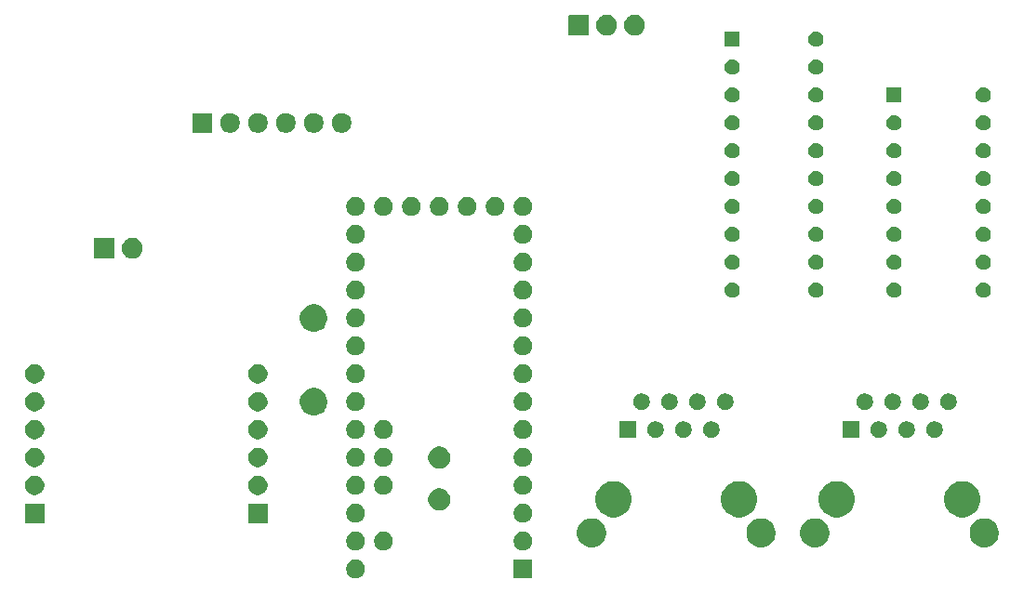
<source format=gbr>
G04 #@! TF.GenerationSoftware,KiCad,Pcbnew,(5.1.5-0-10_14)*
G04 #@! TF.CreationDate,2019-12-23T12:59:41-05:00*
G04 #@! TF.ProjectId,branchControllerPCB,6272616e-6368-4436-9f6e-74726f6c6c65,rev?*
G04 #@! TF.SameCoordinates,Original*
G04 #@! TF.FileFunction,Soldermask,Bot*
G04 #@! TF.FilePolarity,Negative*
%FSLAX46Y46*%
G04 Gerber Fmt 4.6, Leading zero omitted, Abs format (unit mm)*
G04 Created by KiCad (PCBNEW (5.1.5-0-10_14)) date 2019-12-23 12:59:41*
%MOMM*%
%LPD*%
G04 APERTURE LIST*
%ADD10C,0.100000*%
G04 APERTURE END LIST*
D10*
G36*
X196431000Y-138011000D02*
G01*
X194729000Y-138011000D01*
X194729000Y-136309000D01*
X196431000Y-136309000D01*
X196431000Y-138011000D01*
G37*
G36*
X180588228Y-136341703D02*
G01*
X180743100Y-136405853D01*
X180882481Y-136498985D01*
X181001015Y-136617519D01*
X181094147Y-136756900D01*
X181158297Y-136911772D01*
X181191000Y-137076184D01*
X181191000Y-137243816D01*
X181158297Y-137408228D01*
X181094147Y-137563100D01*
X181001015Y-137702481D01*
X180882481Y-137821015D01*
X180743100Y-137914147D01*
X180588228Y-137978297D01*
X180423816Y-138011000D01*
X180256184Y-138011000D01*
X180091772Y-137978297D01*
X179936900Y-137914147D01*
X179797519Y-137821015D01*
X179678985Y-137702481D01*
X179585853Y-137563100D01*
X179521703Y-137408228D01*
X179489000Y-137243816D01*
X179489000Y-137076184D01*
X179521703Y-136911772D01*
X179585853Y-136756900D01*
X179678985Y-136617519D01*
X179797519Y-136498985D01*
X179936900Y-136405853D01*
X180091772Y-136341703D01*
X180256184Y-136309000D01*
X180423816Y-136309000D01*
X180588228Y-136341703D01*
G37*
G36*
X180588228Y-133801703D02*
G01*
X180743100Y-133865853D01*
X180882481Y-133958985D01*
X181001015Y-134077519D01*
X181094147Y-134216900D01*
X181158297Y-134371772D01*
X181191000Y-134536184D01*
X181191000Y-134703816D01*
X181158297Y-134868228D01*
X181094147Y-135023100D01*
X181001015Y-135162481D01*
X180882481Y-135281015D01*
X180743100Y-135374147D01*
X180588228Y-135438297D01*
X180423816Y-135471000D01*
X180256184Y-135471000D01*
X180091772Y-135438297D01*
X179936900Y-135374147D01*
X179797519Y-135281015D01*
X179678985Y-135162481D01*
X179585853Y-135023100D01*
X179521703Y-134868228D01*
X179489000Y-134703816D01*
X179489000Y-134536184D01*
X179521703Y-134371772D01*
X179585853Y-134216900D01*
X179678985Y-134077519D01*
X179797519Y-133958985D01*
X179936900Y-133865853D01*
X180091772Y-133801703D01*
X180256184Y-133769000D01*
X180423816Y-133769000D01*
X180588228Y-133801703D01*
G37*
G36*
X195828228Y-133801703D02*
G01*
X195983100Y-133865853D01*
X196122481Y-133958985D01*
X196241015Y-134077519D01*
X196334147Y-134216900D01*
X196398297Y-134371772D01*
X196431000Y-134536184D01*
X196431000Y-134703816D01*
X196398297Y-134868228D01*
X196334147Y-135023100D01*
X196241015Y-135162481D01*
X196122481Y-135281015D01*
X195983100Y-135374147D01*
X195828228Y-135438297D01*
X195663816Y-135471000D01*
X195496184Y-135471000D01*
X195331772Y-135438297D01*
X195176900Y-135374147D01*
X195037519Y-135281015D01*
X194918985Y-135162481D01*
X194825853Y-135023100D01*
X194761703Y-134868228D01*
X194729000Y-134703816D01*
X194729000Y-134536184D01*
X194761703Y-134371772D01*
X194825853Y-134216900D01*
X194918985Y-134077519D01*
X195037519Y-133958985D01*
X195176900Y-133865853D01*
X195331772Y-133801703D01*
X195496184Y-133769000D01*
X195663816Y-133769000D01*
X195828228Y-133801703D01*
G37*
G36*
X183128228Y-133801703D02*
G01*
X183283100Y-133865853D01*
X183422481Y-133958985D01*
X183541015Y-134077519D01*
X183634147Y-134216900D01*
X183698297Y-134371772D01*
X183731000Y-134536184D01*
X183731000Y-134703816D01*
X183698297Y-134868228D01*
X183634147Y-135023100D01*
X183541015Y-135162481D01*
X183422481Y-135281015D01*
X183283100Y-135374147D01*
X183128228Y-135438297D01*
X182963816Y-135471000D01*
X182796184Y-135471000D01*
X182631772Y-135438297D01*
X182476900Y-135374147D01*
X182337519Y-135281015D01*
X182218985Y-135162481D01*
X182125853Y-135023100D01*
X182061703Y-134868228D01*
X182029000Y-134703816D01*
X182029000Y-134536184D01*
X182061703Y-134371772D01*
X182125853Y-134216900D01*
X182218985Y-134077519D01*
X182337519Y-133958985D01*
X182476900Y-133865853D01*
X182631772Y-133801703D01*
X182796184Y-133769000D01*
X182963816Y-133769000D01*
X183128228Y-133801703D01*
G37*
G36*
X237843690Y-132559478D02*
G01*
X237971780Y-132584957D01*
X238213097Y-132684914D01*
X238430276Y-132830029D01*
X238614971Y-133014724D01*
X238760086Y-133231903D01*
X238860043Y-133473220D01*
X238911000Y-133729400D01*
X238911000Y-133990600D01*
X238860043Y-134246780D01*
X238789363Y-134417416D01*
X238760087Y-134488095D01*
X238615948Y-134703815D01*
X238614971Y-134705276D01*
X238430276Y-134889971D01*
X238213097Y-135035086D01*
X237971780Y-135135043D01*
X237843690Y-135160522D01*
X237715601Y-135186000D01*
X237454399Y-135186000D01*
X237326310Y-135160522D01*
X237198220Y-135135043D01*
X236956903Y-135035086D01*
X236739724Y-134889971D01*
X236555029Y-134705276D01*
X236554053Y-134703815D01*
X236409913Y-134488095D01*
X236380637Y-134417416D01*
X236309957Y-134246780D01*
X236259000Y-133990600D01*
X236259000Y-133729400D01*
X236309957Y-133473220D01*
X236409914Y-133231903D01*
X236555029Y-133014724D01*
X236739724Y-132830029D01*
X236956903Y-132684914D01*
X237198220Y-132584957D01*
X237326310Y-132559478D01*
X237454399Y-132534000D01*
X237715601Y-132534000D01*
X237843690Y-132559478D01*
G37*
G36*
X202093690Y-132559478D02*
G01*
X202221780Y-132584957D01*
X202463097Y-132684914D01*
X202680276Y-132830029D01*
X202864971Y-133014724D01*
X203010086Y-133231903D01*
X203110043Y-133473220D01*
X203161000Y-133729400D01*
X203161000Y-133990600D01*
X203110043Y-134246780D01*
X203039363Y-134417416D01*
X203010087Y-134488095D01*
X202865948Y-134703815D01*
X202864971Y-134705276D01*
X202680276Y-134889971D01*
X202463097Y-135035086D01*
X202221780Y-135135043D01*
X202093690Y-135160522D01*
X201965601Y-135186000D01*
X201704399Y-135186000D01*
X201576310Y-135160522D01*
X201448220Y-135135043D01*
X201206903Y-135035086D01*
X200989724Y-134889971D01*
X200805029Y-134705276D01*
X200804053Y-134703815D01*
X200659913Y-134488095D01*
X200630637Y-134417416D01*
X200559957Y-134246780D01*
X200509000Y-133990600D01*
X200509000Y-133729400D01*
X200559957Y-133473220D01*
X200659914Y-133231903D01*
X200805029Y-133014724D01*
X200989724Y-132830029D01*
X201206903Y-132684914D01*
X201448220Y-132584957D01*
X201576310Y-132559478D01*
X201704399Y-132534000D01*
X201965601Y-132534000D01*
X202093690Y-132559478D01*
G37*
G36*
X217523690Y-132559478D02*
G01*
X217651780Y-132584957D01*
X217893097Y-132684914D01*
X218110276Y-132830029D01*
X218294971Y-133014724D01*
X218440086Y-133231903D01*
X218540043Y-133473220D01*
X218591000Y-133729400D01*
X218591000Y-133990600D01*
X218540043Y-134246780D01*
X218469363Y-134417416D01*
X218440087Y-134488095D01*
X218295948Y-134703815D01*
X218294971Y-134705276D01*
X218110276Y-134889971D01*
X217893097Y-135035086D01*
X217651780Y-135135043D01*
X217523690Y-135160522D01*
X217395601Y-135186000D01*
X217134399Y-135186000D01*
X217006310Y-135160522D01*
X216878220Y-135135043D01*
X216636903Y-135035086D01*
X216419724Y-134889971D01*
X216235029Y-134705276D01*
X216234053Y-134703815D01*
X216089913Y-134488095D01*
X216060637Y-134417416D01*
X215989957Y-134246780D01*
X215939000Y-133990600D01*
X215939000Y-133729400D01*
X215989957Y-133473220D01*
X216089914Y-133231903D01*
X216235029Y-133014724D01*
X216419724Y-132830029D01*
X216636903Y-132684914D01*
X216878220Y-132584957D01*
X217006310Y-132559478D01*
X217134399Y-132534000D01*
X217395601Y-132534000D01*
X217523690Y-132559478D01*
G37*
G36*
X222413690Y-132559478D02*
G01*
X222541780Y-132584957D01*
X222783097Y-132684914D01*
X223000276Y-132830029D01*
X223184971Y-133014724D01*
X223330086Y-133231903D01*
X223430043Y-133473220D01*
X223481000Y-133729400D01*
X223481000Y-133990600D01*
X223430043Y-134246780D01*
X223359363Y-134417416D01*
X223330087Y-134488095D01*
X223185948Y-134703815D01*
X223184971Y-134705276D01*
X223000276Y-134889971D01*
X222783097Y-135035086D01*
X222541780Y-135135043D01*
X222413690Y-135160522D01*
X222285601Y-135186000D01*
X222024399Y-135186000D01*
X221896310Y-135160522D01*
X221768220Y-135135043D01*
X221526903Y-135035086D01*
X221309724Y-134889971D01*
X221125029Y-134705276D01*
X221124053Y-134703815D01*
X220979913Y-134488095D01*
X220950637Y-134417416D01*
X220879957Y-134246780D01*
X220829000Y-133990600D01*
X220829000Y-133729400D01*
X220879957Y-133473220D01*
X220979914Y-133231903D01*
X221125029Y-133014724D01*
X221309724Y-132830029D01*
X221526903Y-132684914D01*
X221768220Y-132584957D01*
X221896310Y-132559478D01*
X222024399Y-132534000D01*
X222285601Y-132534000D01*
X222413690Y-132559478D01*
G37*
G36*
X172333500Y-132963500D02*
G01*
X170566500Y-132963500D01*
X170566500Y-131196500D01*
X172333500Y-131196500D01*
X172333500Y-132963500D01*
G37*
G36*
X152013500Y-132963500D02*
G01*
X150246500Y-132963500D01*
X150246500Y-131196500D01*
X152013500Y-131196500D01*
X152013500Y-132963500D01*
G37*
G36*
X195828228Y-131261703D02*
G01*
X195983100Y-131325853D01*
X196122481Y-131418985D01*
X196241015Y-131537519D01*
X196334147Y-131676900D01*
X196398297Y-131831772D01*
X196431000Y-131996184D01*
X196431000Y-132163816D01*
X196398297Y-132328228D01*
X196334147Y-132483100D01*
X196241015Y-132622481D01*
X196122481Y-132741015D01*
X195983100Y-132834147D01*
X195828228Y-132898297D01*
X195663816Y-132931000D01*
X195496184Y-132931000D01*
X195331772Y-132898297D01*
X195176900Y-132834147D01*
X195037519Y-132741015D01*
X194918985Y-132622481D01*
X194825853Y-132483100D01*
X194761703Y-132328228D01*
X194729000Y-132163816D01*
X194729000Y-131996184D01*
X194761703Y-131831772D01*
X194825853Y-131676900D01*
X194918985Y-131537519D01*
X195037519Y-131418985D01*
X195176900Y-131325853D01*
X195331772Y-131261703D01*
X195496184Y-131229000D01*
X195663816Y-131229000D01*
X195828228Y-131261703D01*
G37*
G36*
X180588228Y-131261703D02*
G01*
X180743100Y-131325853D01*
X180882481Y-131418985D01*
X181001015Y-131537519D01*
X181094147Y-131676900D01*
X181158297Y-131831772D01*
X181191000Y-131996184D01*
X181191000Y-132163816D01*
X181158297Y-132328228D01*
X181094147Y-132483100D01*
X181001015Y-132622481D01*
X180882481Y-132741015D01*
X180743100Y-132834147D01*
X180588228Y-132898297D01*
X180423816Y-132931000D01*
X180256184Y-132931000D01*
X180091772Y-132898297D01*
X179936900Y-132834147D01*
X179797519Y-132741015D01*
X179678985Y-132622481D01*
X179585853Y-132483100D01*
X179521703Y-132328228D01*
X179489000Y-132163816D01*
X179489000Y-131996184D01*
X179521703Y-131831772D01*
X179585853Y-131676900D01*
X179678985Y-131537519D01*
X179797519Y-131418985D01*
X179936900Y-131325853D01*
X180091772Y-131261703D01*
X180256184Y-131229000D01*
X180423816Y-131229000D01*
X180588228Y-131261703D01*
G37*
G36*
X235960256Y-129201298D02*
G01*
X236066579Y-129222447D01*
X236367042Y-129346903D01*
X236637451Y-129527585D01*
X236867415Y-129757549D01*
X237048097Y-130027958D01*
X237172553Y-130328421D01*
X237236000Y-130647391D01*
X237236000Y-130972609D01*
X237172553Y-131291579D01*
X237048097Y-131592042D01*
X236867415Y-131862451D01*
X236637451Y-132092415D01*
X236367042Y-132273097D01*
X236066579Y-132397553D01*
X235960256Y-132418702D01*
X235747611Y-132461000D01*
X235422389Y-132461000D01*
X235209744Y-132418702D01*
X235103421Y-132397553D01*
X234802958Y-132273097D01*
X234532549Y-132092415D01*
X234302585Y-131862451D01*
X234121903Y-131592042D01*
X233997447Y-131291579D01*
X233934000Y-130972609D01*
X233934000Y-130647391D01*
X233997447Y-130328421D01*
X234121903Y-130027958D01*
X234302585Y-129757549D01*
X234532549Y-129527585D01*
X234802958Y-129346903D01*
X235103421Y-129222447D01*
X235209744Y-129201298D01*
X235422389Y-129159000D01*
X235747611Y-129159000D01*
X235960256Y-129201298D01*
G37*
G36*
X224530256Y-129201298D02*
G01*
X224636579Y-129222447D01*
X224937042Y-129346903D01*
X225207451Y-129527585D01*
X225437415Y-129757549D01*
X225618097Y-130027958D01*
X225742553Y-130328421D01*
X225806000Y-130647391D01*
X225806000Y-130972609D01*
X225742553Y-131291579D01*
X225618097Y-131592042D01*
X225437415Y-131862451D01*
X225207451Y-132092415D01*
X224937042Y-132273097D01*
X224636579Y-132397553D01*
X224530256Y-132418702D01*
X224317611Y-132461000D01*
X223992389Y-132461000D01*
X223779744Y-132418702D01*
X223673421Y-132397553D01*
X223372958Y-132273097D01*
X223102549Y-132092415D01*
X222872585Y-131862451D01*
X222691903Y-131592042D01*
X222567447Y-131291579D01*
X222504000Y-130972609D01*
X222504000Y-130647391D01*
X222567447Y-130328421D01*
X222691903Y-130027958D01*
X222872585Y-129757549D01*
X223102549Y-129527585D01*
X223372958Y-129346903D01*
X223673421Y-129222447D01*
X223779744Y-129201298D01*
X223992389Y-129159000D01*
X224317611Y-129159000D01*
X224530256Y-129201298D01*
G37*
G36*
X215640256Y-129201298D02*
G01*
X215746579Y-129222447D01*
X216047042Y-129346903D01*
X216317451Y-129527585D01*
X216547415Y-129757549D01*
X216728097Y-130027958D01*
X216852553Y-130328421D01*
X216916000Y-130647391D01*
X216916000Y-130972609D01*
X216852553Y-131291579D01*
X216728097Y-131592042D01*
X216547415Y-131862451D01*
X216317451Y-132092415D01*
X216047042Y-132273097D01*
X215746579Y-132397553D01*
X215640256Y-132418702D01*
X215427611Y-132461000D01*
X215102389Y-132461000D01*
X214889744Y-132418702D01*
X214783421Y-132397553D01*
X214482958Y-132273097D01*
X214212549Y-132092415D01*
X213982585Y-131862451D01*
X213801903Y-131592042D01*
X213677447Y-131291579D01*
X213614000Y-130972609D01*
X213614000Y-130647391D01*
X213677447Y-130328421D01*
X213801903Y-130027958D01*
X213982585Y-129757549D01*
X214212549Y-129527585D01*
X214482958Y-129346903D01*
X214783421Y-129222447D01*
X214889744Y-129201298D01*
X215102389Y-129159000D01*
X215427611Y-129159000D01*
X215640256Y-129201298D01*
G37*
G36*
X204210256Y-129201298D02*
G01*
X204316579Y-129222447D01*
X204617042Y-129346903D01*
X204887451Y-129527585D01*
X205117415Y-129757549D01*
X205298097Y-130027958D01*
X205422553Y-130328421D01*
X205486000Y-130647391D01*
X205486000Y-130972609D01*
X205422553Y-131291579D01*
X205298097Y-131592042D01*
X205117415Y-131862451D01*
X204887451Y-132092415D01*
X204617042Y-132273097D01*
X204316579Y-132397553D01*
X204210256Y-132418702D01*
X203997611Y-132461000D01*
X203672389Y-132461000D01*
X203459744Y-132418702D01*
X203353421Y-132397553D01*
X203052958Y-132273097D01*
X202782549Y-132092415D01*
X202552585Y-131862451D01*
X202371903Y-131592042D01*
X202247447Y-131291579D01*
X202184000Y-130972609D01*
X202184000Y-130647391D01*
X202247447Y-130328421D01*
X202371903Y-130027958D01*
X202552585Y-129757549D01*
X202782549Y-129527585D01*
X203052958Y-129346903D01*
X203353421Y-129222447D01*
X203459744Y-129201298D01*
X203672389Y-129159000D01*
X203997611Y-129159000D01*
X204210256Y-129201298D01*
G37*
G36*
X188251981Y-129847468D02*
G01*
X188434151Y-129922926D01*
X188598100Y-130032473D01*
X188737527Y-130171900D01*
X188847074Y-130335849D01*
X188922532Y-130518019D01*
X188961000Y-130711410D01*
X188961000Y-130908590D01*
X188922532Y-131101981D01*
X188847074Y-131284151D01*
X188737527Y-131448100D01*
X188598100Y-131587527D01*
X188434151Y-131697074D01*
X188251981Y-131772532D01*
X188058591Y-131811000D01*
X187861409Y-131811000D01*
X187668019Y-131772532D01*
X187485849Y-131697074D01*
X187321900Y-131587527D01*
X187182473Y-131448100D01*
X187072926Y-131284151D01*
X186997468Y-131101981D01*
X186959000Y-130908590D01*
X186959000Y-130711410D01*
X186997468Y-130518019D01*
X187072926Y-130335849D01*
X187182473Y-130171900D01*
X187321900Y-130032473D01*
X187485849Y-129922926D01*
X187668019Y-129847468D01*
X187861409Y-129809000D01*
X188058591Y-129809000D01*
X188251981Y-129847468D01*
G37*
G36*
X171650810Y-128679135D02*
G01*
X171707707Y-128690452D01*
X171868494Y-128757052D01*
X171868496Y-128757053D01*
X172013196Y-128853738D01*
X172136262Y-128976804D01*
X172232947Y-129121504D01*
X172232948Y-129121506D01*
X172299548Y-129282293D01*
X172333500Y-129452983D01*
X172333500Y-129627017D01*
X172299548Y-129797707D01*
X172239324Y-129943100D01*
X172232947Y-129958496D01*
X172136262Y-130103196D01*
X172013196Y-130226262D01*
X171868496Y-130322947D01*
X171868495Y-130322948D01*
X171868494Y-130322948D01*
X171707707Y-130389548D01*
X171650810Y-130400865D01*
X171537019Y-130423500D01*
X171362981Y-130423500D01*
X171249190Y-130400865D01*
X171192293Y-130389548D01*
X171031506Y-130322948D01*
X171031505Y-130322948D01*
X171031504Y-130322947D01*
X170886804Y-130226262D01*
X170763738Y-130103196D01*
X170667053Y-129958496D01*
X170660676Y-129943100D01*
X170600452Y-129797707D01*
X170566500Y-129627017D01*
X170566500Y-129452983D01*
X170600452Y-129282293D01*
X170667052Y-129121506D01*
X170667053Y-129121504D01*
X170763738Y-128976804D01*
X170886804Y-128853738D01*
X171031504Y-128757053D01*
X171031506Y-128757052D01*
X171192293Y-128690452D01*
X171249190Y-128679135D01*
X171362981Y-128656500D01*
X171537019Y-128656500D01*
X171650810Y-128679135D01*
G37*
G36*
X151330810Y-128679135D02*
G01*
X151387707Y-128690452D01*
X151548494Y-128757052D01*
X151548496Y-128757053D01*
X151693196Y-128853738D01*
X151816262Y-128976804D01*
X151912947Y-129121504D01*
X151912948Y-129121506D01*
X151979548Y-129282293D01*
X152013500Y-129452983D01*
X152013500Y-129627017D01*
X151979548Y-129797707D01*
X151919324Y-129943100D01*
X151912947Y-129958496D01*
X151816262Y-130103196D01*
X151693196Y-130226262D01*
X151548496Y-130322947D01*
X151548495Y-130322948D01*
X151548494Y-130322948D01*
X151387707Y-130389548D01*
X151330810Y-130400865D01*
X151217019Y-130423500D01*
X151042981Y-130423500D01*
X150929190Y-130400865D01*
X150872293Y-130389548D01*
X150711506Y-130322948D01*
X150711505Y-130322948D01*
X150711504Y-130322947D01*
X150566804Y-130226262D01*
X150443738Y-130103196D01*
X150347053Y-129958496D01*
X150340676Y-129943100D01*
X150280452Y-129797707D01*
X150246500Y-129627017D01*
X150246500Y-129452983D01*
X150280452Y-129282293D01*
X150347052Y-129121506D01*
X150347053Y-129121504D01*
X150443738Y-128976804D01*
X150566804Y-128853738D01*
X150711504Y-128757053D01*
X150711506Y-128757052D01*
X150872293Y-128690452D01*
X150929190Y-128679135D01*
X151042981Y-128656500D01*
X151217019Y-128656500D01*
X151330810Y-128679135D01*
G37*
G36*
X183128228Y-128721703D02*
G01*
X183283100Y-128785853D01*
X183422481Y-128878985D01*
X183541015Y-128997519D01*
X183634147Y-129136900D01*
X183698297Y-129291772D01*
X183731000Y-129456184D01*
X183731000Y-129623816D01*
X183698297Y-129788228D01*
X183634147Y-129943100D01*
X183541015Y-130082481D01*
X183422481Y-130201015D01*
X183283100Y-130294147D01*
X183128228Y-130358297D01*
X182963816Y-130391000D01*
X182796184Y-130391000D01*
X182631772Y-130358297D01*
X182476900Y-130294147D01*
X182337519Y-130201015D01*
X182218985Y-130082481D01*
X182125853Y-129943100D01*
X182061703Y-129788228D01*
X182029000Y-129623816D01*
X182029000Y-129456184D01*
X182061703Y-129291772D01*
X182125853Y-129136900D01*
X182218985Y-128997519D01*
X182337519Y-128878985D01*
X182476900Y-128785853D01*
X182631772Y-128721703D01*
X182796184Y-128689000D01*
X182963816Y-128689000D01*
X183128228Y-128721703D01*
G37*
G36*
X195828228Y-128721703D02*
G01*
X195983100Y-128785853D01*
X196122481Y-128878985D01*
X196241015Y-128997519D01*
X196334147Y-129136900D01*
X196398297Y-129291772D01*
X196431000Y-129456184D01*
X196431000Y-129623816D01*
X196398297Y-129788228D01*
X196334147Y-129943100D01*
X196241015Y-130082481D01*
X196122481Y-130201015D01*
X195983100Y-130294147D01*
X195828228Y-130358297D01*
X195663816Y-130391000D01*
X195496184Y-130391000D01*
X195331772Y-130358297D01*
X195176900Y-130294147D01*
X195037519Y-130201015D01*
X194918985Y-130082481D01*
X194825853Y-129943100D01*
X194761703Y-129788228D01*
X194729000Y-129623816D01*
X194729000Y-129456184D01*
X194761703Y-129291772D01*
X194825853Y-129136900D01*
X194918985Y-128997519D01*
X195037519Y-128878985D01*
X195176900Y-128785853D01*
X195331772Y-128721703D01*
X195496184Y-128689000D01*
X195663816Y-128689000D01*
X195828228Y-128721703D01*
G37*
G36*
X180588228Y-128721703D02*
G01*
X180743100Y-128785853D01*
X180882481Y-128878985D01*
X181001015Y-128997519D01*
X181094147Y-129136900D01*
X181158297Y-129291772D01*
X181191000Y-129456184D01*
X181191000Y-129623816D01*
X181158297Y-129788228D01*
X181094147Y-129943100D01*
X181001015Y-130082481D01*
X180882481Y-130201015D01*
X180743100Y-130294147D01*
X180588228Y-130358297D01*
X180423816Y-130391000D01*
X180256184Y-130391000D01*
X180091772Y-130358297D01*
X179936900Y-130294147D01*
X179797519Y-130201015D01*
X179678985Y-130082481D01*
X179585853Y-129943100D01*
X179521703Y-129788228D01*
X179489000Y-129623816D01*
X179489000Y-129456184D01*
X179521703Y-129291772D01*
X179585853Y-129136900D01*
X179678985Y-128997519D01*
X179797519Y-128878985D01*
X179936900Y-128785853D01*
X180091772Y-128721703D01*
X180256184Y-128689000D01*
X180423816Y-128689000D01*
X180588228Y-128721703D01*
G37*
G36*
X188251981Y-126037468D02*
G01*
X188434151Y-126112926D01*
X188598100Y-126222473D01*
X188737527Y-126361900D01*
X188847074Y-126525849D01*
X188922532Y-126708019D01*
X188961000Y-126901410D01*
X188961000Y-127098590D01*
X188922532Y-127291981D01*
X188847074Y-127474151D01*
X188737527Y-127638100D01*
X188598100Y-127777527D01*
X188434151Y-127887074D01*
X188251981Y-127962532D01*
X188058591Y-128001000D01*
X187861409Y-128001000D01*
X187668019Y-127962532D01*
X187485849Y-127887074D01*
X187321900Y-127777527D01*
X187182473Y-127638100D01*
X187072926Y-127474151D01*
X186997468Y-127291981D01*
X186959000Y-127098590D01*
X186959000Y-126901410D01*
X186997468Y-126708019D01*
X187072926Y-126525849D01*
X187182473Y-126361900D01*
X187321900Y-126222473D01*
X187485849Y-126112926D01*
X187668019Y-126037468D01*
X187861409Y-125999000D01*
X188058591Y-125999000D01*
X188251981Y-126037468D01*
G37*
G36*
X151330810Y-126139135D02*
G01*
X151387707Y-126150452D01*
X151548494Y-126217052D01*
X151548496Y-126217053D01*
X151693196Y-126313738D01*
X151816262Y-126436804D01*
X151912947Y-126581504D01*
X151912948Y-126581506D01*
X151979548Y-126742293D01*
X152013500Y-126912983D01*
X152013500Y-127087017D01*
X151979548Y-127257707D01*
X151919324Y-127403100D01*
X151912947Y-127418496D01*
X151816262Y-127563196D01*
X151693196Y-127686262D01*
X151548496Y-127782947D01*
X151548495Y-127782948D01*
X151548494Y-127782948D01*
X151387707Y-127849548D01*
X151330810Y-127860865D01*
X151217019Y-127883500D01*
X151042981Y-127883500D01*
X150929190Y-127860865D01*
X150872293Y-127849548D01*
X150711506Y-127782948D01*
X150711505Y-127782948D01*
X150711504Y-127782947D01*
X150566804Y-127686262D01*
X150443738Y-127563196D01*
X150347053Y-127418496D01*
X150340676Y-127403100D01*
X150280452Y-127257707D01*
X150246500Y-127087017D01*
X150246500Y-126912983D01*
X150280452Y-126742293D01*
X150347052Y-126581506D01*
X150347053Y-126581504D01*
X150443738Y-126436804D01*
X150566804Y-126313738D01*
X150711504Y-126217053D01*
X150711506Y-126217052D01*
X150872293Y-126150452D01*
X150929190Y-126139135D01*
X151042981Y-126116500D01*
X151217019Y-126116500D01*
X151330810Y-126139135D01*
G37*
G36*
X171650810Y-126139135D02*
G01*
X171707707Y-126150452D01*
X171868494Y-126217052D01*
X171868496Y-126217053D01*
X172013196Y-126313738D01*
X172136262Y-126436804D01*
X172232947Y-126581504D01*
X172232948Y-126581506D01*
X172299548Y-126742293D01*
X172333500Y-126912983D01*
X172333500Y-127087017D01*
X172299548Y-127257707D01*
X172239324Y-127403100D01*
X172232947Y-127418496D01*
X172136262Y-127563196D01*
X172013196Y-127686262D01*
X171868496Y-127782947D01*
X171868495Y-127782948D01*
X171868494Y-127782948D01*
X171707707Y-127849548D01*
X171650810Y-127860865D01*
X171537019Y-127883500D01*
X171362981Y-127883500D01*
X171249190Y-127860865D01*
X171192293Y-127849548D01*
X171031506Y-127782948D01*
X171031505Y-127782948D01*
X171031504Y-127782947D01*
X170886804Y-127686262D01*
X170763738Y-127563196D01*
X170667053Y-127418496D01*
X170660676Y-127403100D01*
X170600452Y-127257707D01*
X170566500Y-127087017D01*
X170566500Y-126912983D01*
X170600452Y-126742293D01*
X170667052Y-126581506D01*
X170667053Y-126581504D01*
X170763738Y-126436804D01*
X170886804Y-126313738D01*
X171031504Y-126217053D01*
X171031506Y-126217052D01*
X171192293Y-126150452D01*
X171249190Y-126139135D01*
X171362981Y-126116500D01*
X171537019Y-126116500D01*
X171650810Y-126139135D01*
G37*
G36*
X180588228Y-126181703D02*
G01*
X180743100Y-126245853D01*
X180882481Y-126338985D01*
X181001015Y-126457519D01*
X181094147Y-126596900D01*
X181158297Y-126751772D01*
X181191000Y-126916184D01*
X181191000Y-127083816D01*
X181158297Y-127248228D01*
X181094147Y-127403100D01*
X181001015Y-127542481D01*
X180882481Y-127661015D01*
X180743100Y-127754147D01*
X180588228Y-127818297D01*
X180423816Y-127851000D01*
X180256184Y-127851000D01*
X180091772Y-127818297D01*
X179936900Y-127754147D01*
X179797519Y-127661015D01*
X179678985Y-127542481D01*
X179585853Y-127403100D01*
X179521703Y-127248228D01*
X179489000Y-127083816D01*
X179489000Y-126916184D01*
X179521703Y-126751772D01*
X179585853Y-126596900D01*
X179678985Y-126457519D01*
X179797519Y-126338985D01*
X179936900Y-126245853D01*
X180091772Y-126181703D01*
X180256184Y-126149000D01*
X180423816Y-126149000D01*
X180588228Y-126181703D01*
G37*
G36*
X183128228Y-126181703D02*
G01*
X183283100Y-126245853D01*
X183422481Y-126338985D01*
X183541015Y-126457519D01*
X183634147Y-126596900D01*
X183698297Y-126751772D01*
X183731000Y-126916184D01*
X183731000Y-127083816D01*
X183698297Y-127248228D01*
X183634147Y-127403100D01*
X183541015Y-127542481D01*
X183422481Y-127661015D01*
X183283100Y-127754147D01*
X183128228Y-127818297D01*
X182963816Y-127851000D01*
X182796184Y-127851000D01*
X182631772Y-127818297D01*
X182476900Y-127754147D01*
X182337519Y-127661015D01*
X182218985Y-127542481D01*
X182125853Y-127403100D01*
X182061703Y-127248228D01*
X182029000Y-127083816D01*
X182029000Y-126916184D01*
X182061703Y-126751772D01*
X182125853Y-126596900D01*
X182218985Y-126457519D01*
X182337519Y-126338985D01*
X182476900Y-126245853D01*
X182631772Y-126181703D01*
X182796184Y-126149000D01*
X182963816Y-126149000D01*
X183128228Y-126181703D01*
G37*
G36*
X195828228Y-126181703D02*
G01*
X195983100Y-126245853D01*
X196122481Y-126338985D01*
X196241015Y-126457519D01*
X196334147Y-126596900D01*
X196398297Y-126751772D01*
X196431000Y-126916184D01*
X196431000Y-127083816D01*
X196398297Y-127248228D01*
X196334147Y-127403100D01*
X196241015Y-127542481D01*
X196122481Y-127661015D01*
X195983100Y-127754147D01*
X195828228Y-127818297D01*
X195663816Y-127851000D01*
X195496184Y-127851000D01*
X195331772Y-127818297D01*
X195176900Y-127754147D01*
X195037519Y-127661015D01*
X194918985Y-127542481D01*
X194825853Y-127403100D01*
X194761703Y-127248228D01*
X194729000Y-127083816D01*
X194729000Y-126916184D01*
X194761703Y-126751772D01*
X194825853Y-126596900D01*
X194918985Y-126457519D01*
X195037519Y-126338985D01*
X195176900Y-126245853D01*
X195331772Y-126181703D01*
X195496184Y-126149000D01*
X195663816Y-126149000D01*
X195828228Y-126181703D01*
G37*
G36*
X171650810Y-123599135D02*
G01*
X171707707Y-123610452D01*
X171868494Y-123677052D01*
X171868496Y-123677053D01*
X172013196Y-123773738D01*
X172136262Y-123896804D01*
X172232947Y-124041504D01*
X172232948Y-124041506D01*
X172299548Y-124202293D01*
X172333500Y-124372983D01*
X172333500Y-124547017D01*
X172299548Y-124717707D01*
X172239324Y-124863100D01*
X172232947Y-124878496D01*
X172136262Y-125023196D01*
X172013196Y-125146262D01*
X171868496Y-125242947D01*
X171868495Y-125242948D01*
X171868494Y-125242948D01*
X171707707Y-125309548D01*
X171650810Y-125320865D01*
X171537019Y-125343500D01*
X171362981Y-125343500D01*
X171249190Y-125320865D01*
X171192293Y-125309548D01*
X171031506Y-125242948D01*
X171031505Y-125242948D01*
X171031504Y-125242947D01*
X170886804Y-125146262D01*
X170763738Y-125023196D01*
X170667053Y-124878496D01*
X170660676Y-124863100D01*
X170600452Y-124717707D01*
X170566500Y-124547017D01*
X170566500Y-124372983D01*
X170600452Y-124202293D01*
X170667052Y-124041506D01*
X170667053Y-124041504D01*
X170763738Y-123896804D01*
X170886804Y-123773738D01*
X171031504Y-123677053D01*
X171031506Y-123677052D01*
X171192293Y-123610452D01*
X171249190Y-123599135D01*
X171362981Y-123576500D01*
X171537019Y-123576500D01*
X171650810Y-123599135D01*
G37*
G36*
X151330810Y-123599135D02*
G01*
X151387707Y-123610452D01*
X151548494Y-123677052D01*
X151548496Y-123677053D01*
X151693196Y-123773738D01*
X151816262Y-123896804D01*
X151912947Y-124041504D01*
X151912948Y-124041506D01*
X151979548Y-124202293D01*
X152013500Y-124372983D01*
X152013500Y-124547017D01*
X151979548Y-124717707D01*
X151919324Y-124863100D01*
X151912947Y-124878496D01*
X151816262Y-125023196D01*
X151693196Y-125146262D01*
X151548496Y-125242947D01*
X151548495Y-125242948D01*
X151548494Y-125242948D01*
X151387707Y-125309548D01*
X151330810Y-125320865D01*
X151217019Y-125343500D01*
X151042981Y-125343500D01*
X150929190Y-125320865D01*
X150872293Y-125309548D01*
X150711506Y-125242948D01*
X150711505Y-125242948D01*
X150711504Y-125242947D01*
X150566804Y-125146262D01*
X150443738Y-125023196D01*
X150347053Y-124878496D01*
X150340676Y-124863100D01*
X150280452Y-124717707D01*
X150246500Y-124547017D01*
X150246500Y-124372983D01*
X150280452Y-124202293D01*
X150347052Y-124041506D01*
X150347053Y-124041504D01*
X150443738Y-123896804D01*
X150566804Y-123773738D01*
X150711504Y-123677053D01*
X150711506Y-123677052D01*
X150872293Y-123610452D01*
X150929190Y-123599135D01*
X151042981Y-123576500D01*
X151217019Y-123576500D01*
X151330810Y-123599135D01*
G37*
G36*
X180588228Y-123641703D02*
G01*
X180743100Y-123705853D01*
X180882481Y-123798985D01*
X181001015Y-123917519D01*
X181094147Y-124056900D01*
X181158297Y-124211772D01*
X181191000Y-124376184D01*
X181191000Y-124543816D01*
X181158297Y-124708228D01*
X181094147Y-124863100D01*
X181001015Y-125002481D01*
X180882481Y-125121015D01*
X180743100Y-125214147D01*
X180588228Y-125278297D01*
X180423816Y-125311000D01*
X180256184Y-125311000D01*
X180091772Y-125278297D01*
X179936900Y-125214147D01*
X179797519Y-125121015D01*
X179678985Y-125002481D01*
X179585853Y-124863100D01*
X179521703Y-124708228D01*
X179489000Y-124543816D01*
X179489000Y-124376184D01*
X179521703Y-124211772D01*
X179585853Y-124056900D01*
X179678985Y-123917519D01*
X179797519Y-123798985D01*
X179936900Y-123705853D01*
X180091772Y-123641703D01*
X180256184Y-123609000D01*
X180423816Y-123609000D01*
X180588228Y-123641703D01*
G37*
G36*
X183128228Y-123641703D02*
G01*
X183283100Y-123705853D01*
X183422481Y-123798985D01*
X183541015Y-123917519D01*
X183634147Y-124056900D01*
X183698297Y-124211772D01*
X183731000Y-124376184D01*
X183731000Y-124543816D01*
X183698297Y-124708228D01*
X183634147Y-124863100D01*
X183541015Y-125002481D01*
X183422481Y-125121015D01*
X183283100Y-125214147D01*
X183128228Y-125278297D01*
X182963816Y-125311000D01*
X182796184Y-125311000D01*
X182631772Y-125278297D01*
X182476900Y-125214147D01*
X182337519Y-125121015D01*
X182218985Y-125002481D01*
X182125853Y-124863100D01*
X182061703Y-124708228D01*
X182029000Y-124543816D01*
X182029000Y-124376184D01*
X182061703Y-124211772D01*
X182125853Y-124056900D01*
X182218985Y-123917519D01*
X182337519Y-123798985D01*
X182476900Y-123705853D01*
X182631772Y-123641703D01*
X182796184Y-123609000D01*
X182963816Y-123609000D01*
X183128228Y-123641703D01*
G37*
G36*
X195828228Y-123641703D02*
G01*
X195983100Y-123705853D01*
X196122481Y-123798985D01*
X196241015Y-123917519D01*
X196334147Y-124056900D01*
X196398297Y-124211772D01*
X196431000Y-124376184D01*
X196431000Y-124543816D01*
X196398297Y-124708228D01*
X196334147Y-124863100D01*
X196241015Y-125002481D01*
X196122481Y-125121015D01*
X195983100Y-125214147D01*
X195828228Y-125278297D01*
X195663816Y-125311000D01*
X195496184Y-125311000D01*
X195331772Y-125278297D01*
X195176900Y-125214147D01*
X195037519Y-125121015D01*
X194918985Y-125002481D01*
X194825853Y-124863100D01*
X194761703Y-124708228D01*
X194729000Y-124543816D01*
X194729000Y-124376184D01*
X194761703Y-124211772D01*
X194825853Y-124056900D01*
X194918985Y-123917519D01*
X195037519Y-123798985D01*
X195176900Y-123705853D01*
X195331772Y-123641703D01*
X195496184Y-123609000D01*
X195663816Y-123609000D01*
X195828228Y-123641703D01*
G37*
G36*
X205860000Y-125215000D02*
G01*
X204350000Y-125215000D01*
X204350000Y-123705000D01*
X205860000Y-123705000D01*
X205860000Y-125215000D01*
G37*
G36*
X207792293Y-123719507D02*
G01*
X207865225Y-123734014D01*
X207922138Y-123757588D01*
X208002626Y-123790927D01*
X208126284Y-123873553D01*
X208231447Y-123978716D01*
X208314073Y-124102374D01*
X208370986Y-124239776D01*
X208400000Y-124385638D01*
X208400000Y-124534362D01*
X208370986Y-124680224D01*
X208314073Y-124817626D01*
X208231447Y-124941284D01*
X208126284Y-125046447D01*
X208002626Y-125129073D01*
X207922138Y-125162412D01*
X207865225Y-125185986D01*
X207792293Y-125200493D01*
X207719362Y-125215000D01*
X207570638Y-125215000D01*
X207497707Y-125200493D01*
X207424775Y-125185986D01*
X207367862Y-125162412D01*
X207287374Y-125129073D01*
X207163716Y-125046447D01*
X207058553Y-124941284D01*
X206975927Y-124817626D01*
X206919014Y-124680224D01*
X206890000Y-124534362D01*
X206890000Y-124385638D01*
X206919014Y-124239776D01*
X206975927Y-124102374D01*
X207058553Y-123978716D01*
X207163716Y-123873553D01*
X207287374Y-123790927D01*
X207367862Y-123757588D01*
X207424775Y-123734014D01*
X207497707Y-123719507D01*
X207570638Y-123705000D01*
X207719362Y-123705000D01*
X207792293Y-123719507D01*
G37*
G36*
X210332293Y-123719507D02*
G01*
X210405225Y-123734014D01*
X210462138Y-123757588D01*
X210542626Y-123790927D01*
X210666284Y-123873553D01*
X210771447Y-123978716D01*
X210854073Y-124102374D01*
X210910986Y-124239776D01*
X210940000Y-124385638D01*
X210940000Y-124534362D01*
X210910986Y-124680224D01*
X210854073Y-124817626D01*
X210771447Y-124941284D01*
X210666284Y-125046447D01*
X210542626Y-125129073D01*
X210462138Y-125162412D01*
X210405225Y-125185986D01*
X210332293Y-125200493D01*
X210259362Y-125215000D01*
X210110638Y-125215000D01*
X210037707Y-125200493D01*
X209964775Y-125185986D01*
X209907862Y-125162412D01*
X209827374Y-125129073D01*
X209703716Y-125046447D01*
X209598553Y-124941284D01*
X209515927Y-124817626D01*
X209459014Y-124680224D01*
X209430000Y-124534362D01*
X209430000Y-124385638D01*
X209459014Y-124239776D01*
X209515927Y-124102374D01*
X209598553Y-123978716D01*
X209703716Y-123873553D01*
X209827374Y-123790927D01*
X209907862Y-123757588D01*
X209964775Y-123734014D01*
X210037707Y-123719507D01*
X210110638Y-123705000D01*
X210259362Y-123705000D01*
X210332293Y-123719507D01*
G37*
G36*
X212872293Y-123719507D02*
G01*
X212945225Y-123734014D01*
X213002138Y-123757588D01*
X213082626Y-123790927D01*
X213206284Y-123873553D01*
X213311447Y-123978716D01*
X213394073Y-124102374D01*
X213450986Y-124239776D01*
X213480000Y-124385638D01*
X213480000Y-124534362D01*
X213450986Y-124680224D01*
X213394073Y-124817626D01*
X213311447Y-124941284D01*
X213206284Y-125046447D01*
X213082626Y-125129073D01*
X213002138Y-125162412D01*
X212945225Y-125185986D01*
X212872293Y-125200493D01*
X212799362Y-125215000D01*
X212650638Y-125215000D01*
X212577707Y-125200493D01*
X212504775Y-125185986D01*
X212447862Y-125162412D01*
X212367374Y-125129073D01*
X212243716Y-125046447D01*
X212138553Y-124941284D01*
X212055927Y-124817626D01*
X211999014Y-124680224D01*
X211970000Y-124534362D01*
X211970000Y-124385638D01*
X211999014Y-124239776D01*
X212055927Y-124102374D01*
X212138553Y-123978716D01*
X212243716Y-123873553D01*
X212367374Y-123790927D01*
X212447862Y-123757588D01*
X212504775Y-123734014D01*
X212577707Y-123719507D01*
X212650638Y-123705000D01*
X212799362Y-123705000D01*
X212872293Y-123719507D01*
G37*
G36*
X226180000Y-125215000D02*
G01*
X224670000Y-125215000D01*
X224670000Y-123705000D01*
X226180000Y-123705000D01*
X226180000Y-125215000D01*
G37*
G36*
X228112293Y-123719507D02*
G01*
X228185225Y-123734014D01*
X228242138Y-123757588D01*
X228322626Y-123790927D01*
X228446284Y-123873553D01*
X228551447Y-123978716D01*
X228634073Y-124102374D01*
X228690986Y-124239776D01*
X228720000Y-124385638D01*
X228720000Y-124534362D01*
X228690986Y-124680224D01*
X228634073Y-124817626D01*
X228551447Y-124941284D01*
X228446284Y-125046447D01*
X228322626Y-125129073D01*
X228242138Y-125162412D01*
X228185225Y-125185986D01*
X228112293Y-125200493D01*
X228039362Y-125215000D01*
X227890638Y-125215000D01*
X227817707Y-125200493D01*
X227744775Y-125185986D01*
X227687862Y-125162412D01*
X227607374Y-125129073D01*
X227483716Y-125046447D01*
X227378553Y-124941284D01*
X227295927Y-124817626D01*
X227239014Y-124680224D01*
X227210000Y-124534362D01*
X227210000Y-124385638D01*
X227239014Y-124239776D01*
X227295927Y-124102374D01*
X227378553Y-123978716D01*
X227483716Y-123873553D01*
X227607374Y-123790927D01*
X227687862Y-123757588D01*
X227744775Y-123734014D01*
X227817707Y-123719507D01*
X227890638Y-123705000D01*
X228039362Y-123705000D01*
X228112293Y-123719507D01*
G37*
G36*
X230652293Y-123719507D02*
G01*
X230725225Y-123734014D01*
X230782138Y-123757588D01*
X230862626Y-123790927D01*
X230986284Y-123873553D01*
X231091447Y-123978716D01*
X231174073Y-124102374D01*
X231230986Y-124239776D01*
X231260000Y-124385638D01*
X231260000Y-124534362D01*
X231230986Y-124680224D01*
X231174073Y-124817626D01*
X231091447Y-124941284D01*
X230986284Y-125046447D01*
X230862626Y-125129073D01*
X230782138Y-125162412D01*
X230725225Y-125185986D01*
X230652293Y-125200493D01*
X230579362Y-125215000D01*
X230430638Y-125215000D01*
X230357707Y-125200493D01*
X230284775Y-125185986D01*
X230227862Y-125162412D01*
X230147374Y-125129073D01*
X230023716Y-125046447D01*
X229918553Y-124941284D01*
X229835927Y-124817626D01*
X229779014Y-124680224D01*
X229750000Y-124534362D01*
X229750000Y-124385638D01*
X229779014Y-124239776D01*
X229835927Y-124102374D01*
X229918553Y-123978716D01*
X230023716Y-123873553D01*
X230147374Y-123790927D01*
X230227862Y-123757588D01*
X230284775Y-123734014D01*
X230357707Y-123719507D01*
X230430638Y-123705000D01*
X230579362Y-123705000D01*
X230652293Y-123719507D01*
G37*
G36*
X233192293Y-123719507D02*
G01*
X233265225Y-123734014D01*
X233322138Y-123757588D01*
X233402626Y-123790927D01*
X233526284Y-123873553D01*
X233631447Y-123978716D01*
X233714073Y-124102374D01*
X233770986Y-124239776D01*
X233800000Y-124385638D01*
X233800000Y-124534362D01*
X233770986Y-124680224D01*
X233714073Y-124817626D01*
X233631447Y-124941284D01*
X233526284Y-125046447D01*
X233402626Y-125129073D01*
X233322138Y-125162412D01*
X233265225Y-125185986D01*
X233192293Y-125200493D01*
X233119362Y-125215000D01*
X232970638Y-125215000D01*
X232897707Y-125200493D01*
X232824775Y-125185986D01*
X232767862Y-125162412D01*
X232687374Y-125129073D01*
X232563716Y-125046447D01*
X232458553Y-124941284D01*
X232375927Y-124817626D01*
X232319014Y-124680224D01*
X232290000Y-124534362D01*
X232290000Y-124385638D01*
X232319014Y-124239776D01*
X232375927Y-124102374D01*
X232458553Y-123978716D01*
X232563716Y-123873553D01*
X232687374Y-123790927D01*
X232767862Y-123757588D01*
X232824775Y-123734014D01*
X232897707Y-123719507D01*
X232970638Y-123705000D01*
X233119362Y-123705000D01*
X233192293Y-123719507D01*
G37*
G36*
X176894903Y-120717075D02*
G01*
X177122571Y-120811378D01*
X177327466Y-120948285D01*
X177501715Y-121122534D01*
X177587505Y-121250928D01*
X177638623Y-121327431D01*
X177732925Y-121555097D01*
X177781000Y-121796786D01*
X177781000Y-122043214D01*
X177732925Y-122284903D01*
X177684719Y-122401284D01*
X177638622Y-122512571D01*
X177501715Y-122717466D01*
X177327466Y-122891715D01*
X177122571Y-123028622D01*
X177122570Y-123028623D01*
X177122569Y-123028623D01*
X176894903Y-123122925D01*
X176653214Y-123171000D01*
X176406786Y-123171000D01*
X176165097Y-123122925D01*
X175937431Y-123028623D01*
X175937430Y-123028623D01*
X175937429Y-123028622D01*
X175732534Y-122891715D01*
X175558285Y-122717466D01*
X175421378Y-122512571D01*
X175375282Y-122401284D01*
X175327075Y-122284903D01*
X175279000Y-122043214D01*
X175279000Y-121796786D01*
X175327075Y-121555097D01*
X175421377Y-121327431D01*
X175472495Y-121250928D01*
X175558285Y-121122534D01*
X175732534Y-120948285D01*
X175937429Y-120811378D01*
X176165097Y-120717075D01*
X176406786Y-120669000D01*
X176653214Y-120669000D01*
X176894903Y-120717075D01*
G37*
G36*
X171650810Y-121059135D02*
G01*
X171707707Y-121070452D01*
X171833444Y-121122534D01*
X171868496Y-121137053D01*
X172013196Y-121233738D01*
X172136262Y-121356804D01*
X172232947Y-121501504D01*
X172232948Y-121501506D01*
X172299548Y-121662293D01*
X172307004Y-121699776D01*
X172333500Y-121832981D01*
X172333500Y-122007019D01*
X172326300Y-122043214D01*
X172299548Y-122177707D01*
X172239324Y-122323100D01*
X172232947Y-122338496D01*
X172136262Y-122483196D01*
X172013196Y-122606262D01*
X171868496Y-122702947D01*
X171868495Y-122702948D01*
X171868494Y-122702948D01*
X171707707Y-122769548D01*
X171650810Y-122780865D01*
X171537019Y-122803500D01*
X171362981Y-122803500D01*
X171249190Y-122780865D01*
X171192293Y-122769548D01*
X171031506Y-122702948D01*
X171031505Y-122702948D01*
X171031504Y-122702947D01*
X170886804Y-122606262D01*
X170763738Y-122483196D01*
X170667053Y-122338496D01*
X170660676Y-122323100D01*
X170600452Y-122177707D01*
X170573700Y-122043214D01*
X170566500Y-122007019D01*
X170566500Y-121832981D01*
X170592996Y-121699776D01*
X170600452Y-121662293D01*
X170667052Y-121501506D01*
X170667053Y-121501504D01*
X170763738Y-121356804D01*
X170886804Y-121233738D01*
X171031504Y-121137053D01*
X171066556Y-121122534D01*
X171192293Y-121070452D01*
X171249190Y-121059135D01*
X171362981Y-121036500D01*
X171537019Y-121036500D01*
X171650810Y-121059135D01*
G37*
G36*
X151330810Y-121059135D02*
G01*
X151387707Y-121070452D01*
X151513444Y-121122534D01*
X151548496Y-121137053D01*
X151693196Y-121233738D01*
X151816262Y-121356804D01*
X151912947Y-121501504D01*
X151912948Y-121501506D01*
X151979548Y-121662293D01*
X151987004Y-121699776D01*
X152013500Y-121832981D01*
X152013500Y-122007019D01*
X152006300Y-122043214D01*
X151979548Y-122177707D01*
X151919324Y-122323100D01*
X151912947Y-122338496D01*
X151816262Y-122483196D01*
X151693196Y-122606262D01*
X151548496Y-122702947D01*
X151548495Y-122702948D01*
X151548494Y-122702948D01*
X151387707Y-122769548D01*
X151330810Y-122780865D01*
X151217019Y-122803500D01*
X151042981Y-122803500D01*
X150929190Y-122780865D01*
X150872293Y-122769548D01*
X150711506Y-122702948D01*
X150711505Y-122702948D01*
X150711504Y-122702947D01*
X150566804Y-122606262D01*
X150443738Y-122483196D01*
X150347053Y-122338496D01*
X150340676Y-122323100D01*
X150280452Y-122177707D01*
X150253700Y-122043214D01*
X150246500Y-122007019D01*
X150246500Y-121832981D01*
X150272996Y-121699776D01*
X150280452Y-121662293D01*
X150347052Y-121501506D01*
X150347053Y-121501504D01*
X150443738Y-121356804D01*
X150566804Y-121233738D01*
X150711504Y-121137053D01*
X150746556Y-121122534D01*
X150872293Y-121070452D01*
X150929190Y-121059135D01*
X151042981Y-121036500D01*
X151217019Y-121036500D01*
X151330810Y-121059135D01*
G37*
G36*
X195828228Y-121101703D02*
G01*
X195983100Y-121165853D01*
X196122481Y-121258985D01*
X196241015Y-121377519D01*
X196334147Y-121516900D01*
X196398297Y-121671772D01*
X196431000Y-121836184D01*
X196431000Y-122003816D01*
X196398297Y-122168228D01*
X196334147Y-122323100D01*
X196241015Y-122462481D01*
X196122481Y-122581015D01*
X195983100Y-122674147D01*
X195828228Y-122738297D01*
X195663816Y-122771000D01*
X195496184Y-122771000D01*
X195331772Y-122738297D01*
X195176900Y-122674147D01*
X195037519Y-122581015D01*
X194918985Y-122462481D01*
X194825853Y-122323100D01*
X194761703Y-122168228D01*
X194729000Y-122003816D01*
X194729000Y-121836184D01*
X194761703Y-121671772D01*
X194825853Y-121516900D01*
X194918985Y-121377519D01*
X195037519Y-121258985D01*
X195176900Y-121165853D01*
X195331772Y-121101703D01*
X195496184Y-121069000D01*
X195663816Y-121069000D01*
X195828228Y-121101703D01*
G37*
G36*
X180588228Y-121101703D02*
G01*
X180743100Y-121165853D01*
X180882481Y-121258985D01*
X181001015Y-121377519D01*
X181094147Y-121516900D01*
X181158297Y-121671772D01*
X181191000Y-121836184D01*
X181191000Y-122003816D01*
X181158297Y-122168228D01*
X181094147Y-122323100D01*
X181001015Y-122462481D01*
X180882481Y-122581015D01*
X180743100Y-122674147D01*
X180588228Y-122738297D01*
X180423816Y-122771000D01*
X180256184Y-122771000D01*
X180091772Y-122738297D01*
X179936900Y-122674147D01*
X179797519Y-122581015D01*
X179678985Y-122462481D01*
X179585853Y-122323100D01*
X179521703Y-122168228D01*
X179489000Y-122003816D01*
X179489000Y-121836184D01*
X179521703Y-121671772D01*
X179585853Y-121516900D01*
X179678985Y-121377519D01*
X179797519Y-121258985D01*
X179936900Y-121165853D01*
X180091772Y-121101703D01*
X180256184Y-121069000D01*
X180423816Y-121069000D01*
X180588228Y-121101703D01*
G37*
G36*
X234462293Y-121179507D02*
G01*
X234535225Y-121194014D01*
X234592138Y-121217588D01*
X234672626Y-121250927D01*
X234796284Y-121333553D01*
X234901447Y-121438716D01*
X234984073Y-121562374D01*
X235040986Y-121699776D01*
X235070000Y-121845638D01*
X235070000Y-121994362D01*
X235040986Y-122140224D01*
X234984073Y-122277626D01*
X234901447Y-122401284D01*
X234796284Y-122506447D01*
X234672626Y-122589073D01*
X234592138Y-122622412D01*
X234535225Y-122645986D01*
X234462293Y-122660493D01*
X234389362Y-122675000D01*
X234240638Y-122675000D01*
X234167707Y-122660493D01*
X234094775Y-122645986D01*
X234037862Y-122622412D01*
X233957374Y-122589073D01*
X233833716Y-122506447D01*
X233728553Y-122401284D01*
X233645927Y-122277626D01*
X233589014Y-122140224D01*
X233560000Y-121994362D01*
X233560000Y-121845638D01*
X233589014Y-121699776D01*
X233645927Y-121562374D01*
X233728553Y-121438716D01*
X233833716Y-121333553D01*
X233957374Y-121250927D01*
X234037862Y-121217588D01*
X234094775Y-121194014D01*
X234167707Y-121179507D01*
X234240638Y-121165000D01*
X234389362Y-121165000D01*
X234462293Y-121179507D01*
G37*
G36*
X226842293Y-121179507D02*
G01*
X226915225Y-121194014D01*
X226972138Y-121217588D01*
X227052626Y-121250927D01*
X227176284Y-121333553D01*
X227281447Y-121438716D01*
X227364073Y-121562374D01*
X227420986Y-121699776D01*
X227450000Y-121845638D01*
X227450000Y-121994362D01*
X227420986Y-122140224D01*
X227364073Y-122277626D01*
X227281447Y-122401284D01*
X227176284Y-122506447D01*
X227052626Y-122589073D01*
X226972138Y-122622412D01*
X226915225Y-122645986D01*
X226842293Y-122660493D01*
X226769362Y-122675000D01*
X226620638Y-122675000D01*
X226547707Y-122660493D01*
X226474775Y-122645986D01*
X226417862Y-122622412D01*
X226337374Y-122589073D01*
X226213716Y-122506447D01*
X226108553Y-122401284D01*
X226025927Y-122277626D01*
X225969014Y-122140224D01*
X225940000Y-121994362D01*
X225940000Y-121845638D01*
X225969014Y-121699776D01*
X226025927Y-121562374D01*
X226108553Y-121438716D01*
X226213716Y-121333553D01*
X226337374Y-121250927D01*
X226417862Y-121217588D01*
X226474775Y-121194014D01*
X226547707Y-121179507D01*
X226620638Y-121165000D01*
X226769362Y-121165000D01*
X226842293Y-121179507D01*
G37*
G36*
X229382293Y-121179507D02*
G01*
X229455225Y-121194014D01*
X229512138Y-121217588D01*
X229592626Y-121250927D01*
X229716284Y-121333553D01*
X229821447Y-121438716D01*
X229904073Y-121562374D01*
X229960986Y-121699776D01*
X229990000Y-121845638D01*
X229990000Y-121994362D01*
X229960986Y-122140224D01*
X229904073Y-122277626D01*
X229821447Y-122401284D01*
X229716284Y-122506447D01*
X229592626Y-122589073D01*
X229512138Y-122622412D01*
X229455225Y-122645986D01*
X229382293Y-122660493D01*
X229309362Y-122675000D01*
X229160638Y-122675000D01*
X229087707Y-122660493D01*
X229014775Y-122645986D01*
X228957862Y-122622412D01*
X228877374Y-122589073D01*
X228753716Y-122506447D01*
X228648553Y-122401284D01*
X228565927Y-122277626D01*
X228509014Y-122140224D01*
X228480000Y-121994362D01*
X228480000Y-121845638D01*
X228509014Y-121699776D01*
X228565927Y-121562374D01*
X228648553Y-121438716D01*
X228753716Y-121333553D01*
X228877374Y-121250927D01*
X228957862Y-121217588D01*
X229014775Y-121194014D01*
X229087707Y-121179507D01*
X229160638Y-121165000D01*
X229309362Y-121165000D01*
X229382293Y-121179507D01*
G37*
G36*
X214142293Y-121179507D02*
G01*
X214215225Y-121194014D01*
X214272138Y-121217588D01*
X214352626Y-121250927D01*
X214476284Y-121333553D01*
X214581447Y-121438716D01*
X214664073Y-121562374D01*
X214720986Y-121699776D01*
X214750000Y-121845638D01*
X214750000Y-121994362D01*
X214720986Y-122140224D01*
X214664073Y-122277626D01*
X214581447Y-122401284D01*
X214476284Y-122506447D01*
X214352626Y-122589073D01*
X214272138Y-122622412D01*
X214215225Y-122645986D01*
X214142293Y-122660493D01*
X214069362Y-122675000D01*
X213920638Y-122675000D01*
X213847707Y-122660493D01*
X213774775Y-122645986D01*
X213717862Y-122622412D01*
X213637374Y-122589073D01*
X213513716Y-122506447D01*
X213408553Y-122401284D01*
X213325927Y-122277626D01*
X213269014Y-122140224D01*
X213240000Y-121994362D01*
X213240000Y-121845638D01*
X213269014Y-121699776D01*
X213325927Y-121562374D01*
X213408553Y-121438716D01*
X213513716Y-121333553D01*
X213637374Y-121250927D01*
X213717862Y-121217588D01*
X213774775Y-121194014D01*
X213847707Y-121179507D01*
X213920638Y-121165000D01*
X214069362Y-121165000D01*
X214142293Y-121179507D01*
G37*
G36*
X206522293Y-121179507D02*
G01*
X206595225Y-121194014D01*
X206652138Y-121217588D01*
X206732626Y-121250927D01*
X206856284Y-121333553D01*
X206961447Y-121438716D01*
X207044073Y-121562374D01*
X207100986Y-121699776D01*
X207130000Y-121845638D01*
X207130000Y-121994362D01*
X207100986Y-122140224D01*
X207044073Y-122277626D01*
X206961447Y-122401284D01*
X206856284Y-122506447D01*
X206732626Y-122589073D01*
X206652138Y-122622412D01*
X206595225Y-122645986D01*
X206522293Y-122660493D01*
X206449362Y-122675000D01*
X206300638Y-122675000D01*
X206227707Y-122660493D01*
X206154775Y-122645986D01*
X206097862Y-122622412D01*
X206017374Y-122589073D01*
X205893716Y-122506447D01*
X205788553Y-122401284D01*
X205705927Y-122277626D01*
X205649014Y-122140224D01*
X205620000Y-121994362D01*
X205620000Y-121845638D01*
X205649014Y-121699776D01*
X205705927Y-121562374D01*
X205788553Y-121438716D01*
X205893716Y-121333553D01*
X206017374Y-121250927D01*
X206097862Y-121217588D01*
X206154775Y-121194014D01*
X206227707Y-121179507D01*
X206300638Y-121165000D01*
X206449362Y-121165000D01*
X206522293Y-121179507D01*
G37*
G36*
X231922293Y-121179507D02*
G01*
X231995225Y-121194014D01*
X232052138Y-121217588D01*
X232132626Y-121250927D01*
X232256284Y-121333553D01*
X232361447Y-121438716D01*
X232444073Y-121562374D01*
X232500986Y-121699776D01*
X232530000Y-121845638D01*
X232530000Y-121994362D01*
X232500986Y-122140224D01*
X232444073Y-122277626D01*
X232361447Y-122401284D01*
X232256284Y-122506447D01*
X232132626Y-122589073D01*
X232052138Y-122622412D01*
X231995225Y-122645986D01*
X231922293Y-122660493D01*
X231849362Y-122675000D01*
X231700638Y-122675000D01*
X231627707Y-122660493D01*
X231554775Y-122645986D01*
X231497862Y-122622412D01*
X231417374Y-122589073D01*
X231293716Y-122506447D01*
X231188553Y-122401284D01*
X231105927Y-122277626D01*
X231049014Y-122140224D01*
X231020000Y-121994362D01*
X231020000Y-121845638D01*
X231049014Y-121699776D01*
X231105927Y-121562374D01*
X231188553Y-121438716D01*
X231293716Y-121333553D01*
X231417374Y-121250927D01*
X231497862Y-121217588D01*
X231554775Y-121194014D01*
X231627707Y-121179507D01*
X231700638Y-121165000D01*
X231849362Y-121165000D01*
X231922293Y-121179507D01*
G37*
G36*
X209062293Y-121179507D02*
G01*
X209135225Y-121194014D01*
X209192138Y-121217588D01*
X209272626Y-121250927D01*
X209396284Y-121333553D01*
X209501447Y-121438716D01*
X209584073Y-121562374D01*
X209640986Y-121699776D01*
X209670000Y-121845638D01*
X209670000Y-121994362D01*
X209640986Y-122140224D01*
X209584073Y-122277626D01*
X209501447Y-122401284D01*
X209396284Y-122506447D01*
X209272626Y-122589073D01*
X209192138Y-122622412D01*
X209135225Y-122645986D01*
X209062293Y-122660493D01*
X208989362Y-122675000D01*
X208840638Y-122675000D01*
X208767707Y-122660493D01*
X208694775Y-122645986D01*
X208637862Y-122622412D01*
X208557374Y-122589073D01*
X208433716Y-122506447D01*
X208328553Y-122401284D01*
X208245927Y-122277626D01*
X208189014Y-122140224D01*
X208160000Y-121994362D01*
X208160000Y-121845638D01*
X208189014Y-121699776D01*
X208245927Y-121562374D01*
X208328553Y-121438716D01*
X208433716Y-121333553D01*
X208557374Y-121250927D01*
X208637862Y-121217588D01*
X208694775Y-121194014D01*
X208767707Y-121179507D01*
X208840638Y-121165000D01*
X208989362Y-121165000D01*
X209062293Y-121179507D01*
G37*
G36*
X211602293Y-121179507D02*
G01*
X211675225Y-121194014D01*
X211732138Y-121217588D01*
X211812626Y-121250927D01*
X211936284Y-121333553D01*
X212041447Y-121438716D01*
X212124073Y-121562374D01*
X212180986Y-121699776D01*
X212210000Y-121845638D01*
X212210000Y-121994362D01*
X212180986Y-122140224D01*
X212124073Y-122277626D01*
X212041447Y-122401284D01*
X211936284Y-122506447D01*
X211812626Y-122589073D01*
X211732138Y-122622412D01*
X211675225Y-122645986D01*
X211602293Y-122660493D01*
X211529362Y-122675000D01*
X211380638Y-122675000D01*
X211307707Y-122660493D01*
X211234775Y-122645986D01*
X211177862Y-122622412D01*
X211097374Y-122589073D01*
X210973716Y-122506447D01*
X210868553Y-122401284D01*
X210785927Y-122277626D01*
X210729014Y-122140224D01*
X210700000Y-121994362D01*
X210700000Y-121845638D01*
X210729014Y-121699776D01*
X210785927Y-121562374D01*
X210868553Y-121438716D01*
X210973716Y-121333553D01*
X211097374Y-121250927D01*
X211177862Y-121217588D01*
X211234775Y-121194014D01*
X211307707Y-121179507D01*
X211380638Y-121165000D01*
X211529362Y-121165000D01*
X211602293Y-121179507D01*
G37*
G36*
X151330810Y-118519135D02*
G01*
X151387707Y-118530452D01*
X151548494Y-118597052D01*
X151548496Y-118597053D01*
X151693196Y-118693738D01*
X151816262Y-118816804D01*
X151912947Y-118961504D01*
X151912948Y-118961506D01*
X151979548Y-119122293D01*
X152013500Y-119292983D01*
X152013500Y-119467017D01*
X151979548Y-119637707D01*
X151919324Y-119783100D01*
X151912947Y-119798496D01*
X151816262Y-119943196D01*
X151693196Y-120066262D01*
X151548496Y-120162947D01*
X151548495Y-120162948D01*
X151548494Y-120162948D01*
X151387707Y-120229548D01*
X151330810Y-120240865D01*
X151217019Y-120263500D01*
X151042981Y-120263500D01*
X150929190Y-120240865D01*
X150872293Y-120229548D01*
X150711506Y-120162948D01*
X150711505Y-120162948D01*
X150711504Y-120162947D01*
X150566804Y-120066262D01*
X150443738Y-119943196D01*
X150347053Y-119798496D01*
X150340676Y-119783100D01*
X150280452Y-119637707D01*
X150246500Y-119467017D01*
X150246500Y-119292983D01*
X150280452Y-119122293D01*
X150347052Y-118961506D01*
X150347053Y-118961504D01*
X150443738Y-118816804D01*
X150566804Y-118693738D01*
X150711504Y-118597053D01*
X150711506Y-118597052D01*
X150872293Y-118530452D01*
X150929190Y-118519135D01*
X151042981Y-118496500D01*
X151217019Y-118496500D01*
X151330810Y-118519135D01*
G37*
G36*
X171650810Y-118519135D02*
G01*
X171707707Y-118530452D01*
X171868494Y-118597052D01*
X171868496Y-118597053D01*
X172013196Y-118693738D01*
X172136262Y-118816804D01*
X172232947Y-118961504D01*
X172232948Y-118961506D01*
X172299548Y-119122293D01*
X172333500Y-119292983D01*
X172333500Y-119467017D01*
X172299548Y-119637707D01*
X172239324Y-119783100D01*
X172232947Y-119798496D01*
X172136262Y-119943196D01*
X172013196Y-120066262D01*
X171868496Y-120162947D01*
X171868495Y-120162948D01*
X171868494Y-120162948D01*
X171707707Y-120229548D01*
X171650810Y-120240865D01*
X171537019Y-120263500D01*
X171362981Y-120263500D01*
X171249190Y-120240865D01*
X171192293Y-120229548D01*
X171031506Y-120162948D01*
X171031505Y-120162948D01*
X171031504Y-120162947D01*
X170886804Y-120066262D01*
X170763738Y-119943196D01*
X170667053Y-119798496D01*
X170660676Y-119783100D01*
X170600452Y-119637707D01*
X170566500Y-119467017D01*
X170566500Y-119292983D01*
X170600452Y-119122293D01*
X170667052Y-118961506D01*
X170667053Y-118961504D01*
X170763738Y-118816804D01*
X170886804Y-118693738D01*
X171031504Y-118597053D01*
X171031506Y-118597052D01*
X171192293Y-118530452D01*
X171249190Y-118519135D01*
X171362981Y-118496500D01*
X171537019Y-118496500D01*
X171650810Y-118519135D01*
G37*
G36*
X195828228Y-118561703D02*
G01*
X195983100Y-118625853D01*
X196122481Y-118718985D01*
X196241015Y-118837519D01*
X196334147Y-118976900D01*
X196398297Y-119131772D01*
X196431000Y-119296184D01*
X196431000Y-119463816D01*
X196398297Y-119628228D01*
X196334147Y-119783100D01*
X196241015Y-119922481D01*
X196122481Y-120041015D01*
X195983100Y-120134147D01*
X195828228Y-120198297D01*
X195663816Y-120231000D01*
X195496184Y-120231000D01*
X195331772Y-120198297D01*
X195176900Y-120134147D01*
X195037519Y-120041015D01*
X194918985Y-119922481D01*
X194825853Y-119783100D01*
X194761703Y-119628228D01*
X194729000Y-119463816D01*
X194729000Y-119296184D01*
X194761703Y-119131772D01*
X194825853Y-118976900D01*
X194918985Y-118837519D01*
X195037519Y-118718985D01*
X195176900Y-118625853D01*
X195331772Y-118561703D01*
X195496184Y-118529000D01*
X195663816Y-118529000D01*
X195828228Y-118561703D01*
G37*
G36*
X180588228Y-118561703D02*
G01*
X180743100Y-118625853D01*
X180882481Y-118718985D01*
X181001015Y-118837519D01*
X181094147Y-118976900D01*
X181158297Y-119131772D01*
X181191000Y-119296184D01*
X181191000Y-119463816D01*
X181158297Y-119628228D01*
X181094147Y-119783100D01*
X181001015Y-119922481D01*
X180882481Y-120041015D01*
X180743100Y-120134147D01*
X180588228Y-120198297D01*
X180423816Y-120231000D01*
X180256184Y-120231000D01*
X180091772Y-120198297D01*
X179936900Y-120134147D01*
X179797519Y-120041015D01*
X179678985Y-119922481D01*
X179585853Y-119783100D01*
X179521703Y-119628228D01*
X179489000Y-119463816D01*
X179489000Y-119296184D01*
X179521703Y-119131772D01*
X179585853Y-118976900D01*
X179678985Y-118837519D01*
X179797519Y-118718985D01*
X179936900Y-118625853D01*
X180091772Y-118561703D01*
X180256184Y-118529000D01*
X180423816Y-118529000D01*
X180588228Y-118561703D01*
G37*
G36*
X180588228Y-116021703D02*
G01*
X180743100Y-116085853D01*
X180882481Y-116178985D01*
X181001015Y-116297519D01*
X181094147Y-116436900D01*
X181158297Y-116591772D01*
X181191000Y-116756184D01*
X181191000Y-116923816D01*
X181158297Y-117088228D01*
X181094147Y-117243100D01*
X181001015Y-117382481D01*
X180882481Y-117501015D01*
X180743100Y-117594147D01*
X180588228Y-117658297D01*
X180423816Y-117691000D01*
X180256184Y-117691000D01*
X180091772Y-117658297D01*
X179936900Y-117594147D01*
X179797519Y-117501015D01*
X179678985Y-117382481D01*
X179585853Y-117243100D01*
X179521703Y-117088228D01*
X179489000Y-116923816D01*
X179489000Y-116756184D01*
X179521703Y-116591772D01*
X179585853Y-116436900D01*
X179678985Y-116297519D01*
X179797519Y-116178985D01*
X179936900Y-116085853D01*
X180091772Y-116021703D01*
X180256184Y-115989000D01*
X180423816Y-115989000D01*
X180588228Y-116021703D01*
G37*
G36*
X195828228Y-116021703D02*
G01*
X195983100Y-116085853D01*
X196122481Y-116178985D01*
X196241015Y-116297519D01*
X196334147Y-116436900D01*
X196398297Y-116591772D01*
X196431000Y-116756184D01*
X196431000Y-116923816D01*
X196398297Y-117088228D01*
X196334147Y-117243100D01*
X196241015Y-117382481D01*
X196122481Y-117501015D01*
X195983100Y-117594147D01*
X195828228Y-117658297D01*
X195663816Y-117691000D01*
X195496184Y-117691000D01*
X195331772Y-117658297D01*
X195176900Y-117594147D01*
X195037519Y-117501015D01*
X194918985Y-117382481D01*
X194825853Y-117243100D01*
X194761703Y-117088228D01*
X194729000Y-116923816D01*
X194729000Y-116756184D01*
X194761703Y-116591772D01*
X194825853Y-116436900D01*
X194918985Y-116297519D01*
X195037519Y-116178985D01*
X195176900Y-116085853D01*
X195331772Y-116021703D01*
X195496184Y-115989000D01*
X195663816Y-115989000D01*
X195828228Y-116021703D01*
G37*
G36*
X176894903Y-113097075D02*
G01*
X177122571Y-113191378D01*
X177327466Y-113328285D01*
X177501715Y-113502534D01*
X177638622Y-113707429D01*
X177732925Y-113935097D01*
X177781000Y-114176787D01*
X177781000Y-114423213D01*
X177732925Y-114664903D01*
X177638622Y-114892571D01*
X177501715Y-115097466D01*
X177327466Y-115271715D01*
X177122571Y-115408622D01*
X177122570Y-115408623D01*
X177122569Y-115408623D01*
X176894903Y-115502925D01*
X176653214Y-115551000D01*
X176406786Y-115551000D01*
X176165097Y-115502925D01*
X175937431Y-115408623D01*
X175937430Y-115408623D01*
X175937429Y-115408622D01*
X175732534Y-115271715D01*
X175558285Y-115097466D01*
X175421378Y-114892571D01*
X175327075Y-114664903D01*
X175279000Y-114423213D01*
X175279000Y-114176787D01*
X175327075Y-113935097D01*
X175421378Y-113707429D01*
X175558285Y-113502534D01*
X175732534Y-113328285D01*
X175937429Y-113191378D01*
X176165097Y-113097075D01*
X176406786Y-113049000D01*
X176653214Y-113049000D01*
X176894903Y-113097075D01*
G37*
G36*
X195828228Y-113481703D02*
G01*
X195983100Y-113545853D01*
X196122481Y-113638985D01*
X196241015Y-113757519D01*
X196334147Y-113896900D01*
X196398297Y-114051772D01*
X196431000Y-114216184D01*
X196431000Y-114383816D01*
X196398297Y-114548228D01*
X196334147Y-114703100D01*
X196241015Y-114842481D01*
X196122481Y-114961015D01*
X195983100Y-115054147D01*
X195828228Y-115118297D01*
X195663816Y-115151000D01*
X195496184Y-115151000D01*
X195331772Y-115118297D01*
X195176900Y-115054147D01*
X195037519Y-114961015D01*
X194918985Y-114842481D01*
X194825853Y-114703100D01*
X194761703Y-114548228D01*
X194729000Y-114383816D01*
X194729000Y-114216184D01*
X194761703Y-114051772D01*
X194825853Y-113896900D01*
X194918985Y-113757519D01*
X195037519Y-113638985D01*
X195176900Y-113545853D01*
X195331772Y-113481703D01*
X195496184Y-113449000D01*
X195663816Y-113449000D01*
X195828228Y-113481703D01*
G37*
G36*
X180588228Y-113481703D02*
G01*
X180743100Y-113545853D01*
X180882481Y-113638985D01*
X181001015Y-113757519D01*
X181094147Y-113896900D01*
X181158297Y-114051772D01*
X181191000Y-114216184D01*
X181191000Y-114383816D01*
X181158297Y-114548228D01*
X181094147Y-114703100D01*
X181001015Y-114842481D01*
X180882481Y-114961015D01*
X180743100Y-115054147D01*
X180588228Y-115118297D01*
X180423816Y-115151000D01*
X180256184Y-115151000D01*
X180091772Y-115118297D01*
X179936900Y-115054147D01*
X179797519Y-114961015D01*
X179678985Y-114842481D01*
X179585853Y-114703100D01*
X179521703Y-114548228D01*
X179489000Y-114383816D01*
X179489000Y-114216184D01*
X179521703Y-114051772D01*
X179585853Y-113896900D01*
X179678985Y-113757519D01*
X179797519Y-113638985D01*
X179936900Y-113545853D01*
X180091772Y-113481703D01*
X180256184Y-113449000D01*
X180423816Y-113449000D01*
X180588228Y-113481703D01*
G37*
G36*
X195828228Y-110941703D02*
G01*
X195983100Y-111005853D01*
X196122481Y-111098985D01*
X196241015Y-111217519D01*
X196334147Y-111356900D01*
X196398297Y-111511772D01*
X196431000Y-111676184D01*
X196431000Y-111843816D01*
X196398297Y-112008228D01*
X196334147Y-112163100D01*
X196241015Y-112302481D01*
X196122481Y-112421015D01*
X195983100Y-112514147D01*
X195828228Y-112578297D01*
X195663816Y-112611000D01*
X195496184Y-112611000D01*
X195331772Y-112578297D01*
X195176900Y-112514147D01*
X195037519Y-112421015D01*
X194918985Y-112302481D01*
X194825853Y-112163100D01*
X194761703Y-112008228D01*
X194729000Y-111843816D01*
X194729000Y-111676184D01*
X194761703Y-111511772D01*
X194825853Y-111356900D01*
X194918985Y-111217519D01*
X195037519Y-111098985D01*
X195176900Y-111005853D01*
X195331772Y-110941703D01*
X195496184Y-110909000D01*
X195663816Y-110909000D01*
X195828228Y-110941703D01*
G37*
G36*
X180588228Y-110941703D02*
G01*
X180743100Y-111005853D01*
X180882481Y-111098985D01*
X181001015Y-111217519D01*
X181094147Y-111356900D01*
X181158297Y-111511772D01*
X181191000Y-111676184D01*
X181191000Y-111843816D01*
X181158297Y-112008228D01*
X181094147Y-112163100D01*
X181001015Y-112302481D01*
X180882481Y-112421015D01*
X180743100Y-112514147D01*
X180588228Y-112578297D01*
X180423816Y-112611000D01*
X180256184Y-112611000D01*
X180091772Y-112578297D01*
X179936900Y-112514147D01*
X179797519Y-112421015D01*
X179678985Y-112302481D01*
X179585853Y-112163100D01*
X179521703Y-112008228D01*
X179489000Y-111843816D01*
X179489000Y-111676184D01*
X179521703Y-111511772D01*
X179585853Y-111356900D01*
X179678985Y-111217519D01*
X179797519Y-111098985D01*
X179936900Y-111005853D01*
X180091772Y-110941703D01*
X180256184Y-110909000D01*
X180423816Y-110909000D01*
X180588228Y-110941703D01*
G37*
G36*
X237693803Y-111088150D02*
G01*
X237820959Y-111140820D01*
X237935395Y-111217284D01*
X238032716Y-111314605D01*
X238109181Y-111429043D01*
X238161850Y-111556197D01*
X238188700Y-111691183D01*
X238188700Y-111828817D01*
X238161850Y-111963803D01*
X238143449Y-112008228D01*
X238109180Y-112090959D01*
X238032716Y-112205395D01*
X237935395Y-112302716D01*
X237820959Y-112379180D01*
X237820958Y-112379181D01*
X237820957Y-112379181D01*
X237693803Y-112431850D01*
X237558817Y-112458700D01*
X237421183Y-112458700D01*
X237286197Y-112431850D01*
X237159043Y-112379181D01*
X237159042Y-112379181D01*
X237159041Y-112379180D01*
X237044605Y-112302716D01*
X236947284Y-112205395D01*
X236870820Y-112090959D01*
X236836552Y-112008228D01*
X236818150Y-111963803D01*
X236791300Y-111828817D01*
X236791300Y-111691183D01*
X236818150Y-111556197D01*
X236870819Y-111429043D01*
X236947284Y-111314605D01*
X237044605Y-111217284D01*
X237159041Y-111140820D01*
X237286197Y-111088150D01*
X237421183Y-111061300D01*
X237558817Y-111061300D01*
X237693803Y-111088150D01*
G37*
G36*
X229565803Y-111088150D02*
G01*
X229692959Y-111140820D01*
X229807395Y-111217284D01*
X229904716Y-111314605D01*
X229981181Y-111429043D01*
X230033850Y-111556197D01*
X230060700Y-111691183D01*
X230060700Y-111828817D01*
X230033850Y-111963803D01*
X230015449Y-112008228D01*
X229981180Y-112090959D01*
X229904716Y-112205395D01*
X229807395Y-112302716D01*
X229692959Y-112379180D01*
X229692958Y-112379181D01*
X229692957Y-112379181D01*
X229565803Y-112431850D01*
X229430817Y-112458700D01*
X229293183Y-112458700D01*
X229158197Y-112431850D01*
X229031043Y-112379181D01*
X229031042Y-112379181D01*
X229031041Y-112379180D01*
X228916605Y-112302716D01*
X228819284Y-112205395D01*
X228742820Y-112090959D01*
X228708552Y-112008228D01*
X228690150Y-111963803D01*
X228663300Y-111828817D01*
X228663300Y-111691183D01*
X228690150Y-111556197D01*
X228742819Y-111429043D01*
X228819284Y-111314605D01*
X228916605Y-111217284D01*
X229031041Y-111140820D01*
X229158197Y-111088150D01*
X229293183Y-111061300D01*
X229430817Y-111061300D01*
X229565803Y-111088150D01*
G37*
G36*
X222453803Y-111088150D02*
G01*
X222580959Y-111140820D01*
X222695395Y-111217284D01*
X222792716Y-111314605D01*
X222869181Y-111429043D01*
X222921850Y-111556197D01*
X222948700Y-111691183D01*
X222948700Y-111828817D01*
X222921850Y-111963803D01*
X222903449Y-112008228D01*
X222869180Y-112090959D01*
X222792716Y-112205395D01*
X222695395Y-112302716D01*
X222580959Y-112379180D01*
X222580958Y-112379181D01*
X222580957Y-112379181D01*
X222453803Y-112431850D01*
X222318817Y-112458700D01*
X222181183Y-112458700D01*
X222046197Y-112431850D01*
X221919043Y-112379181D01*
X221919042Y-112379181D01*
X221919041Y-112379180D01*
X221804605Y-112302716D01*
X221707284Y-112205395D01*
X221630820Y-112090959D01*
X221596552Y-112008228D01*
X221578150Y-111963803D01*
X221551300Y-111828817D01*
X221551300Y-111691183D01*
X221578150Y-111556197D01*
X221630819Y-111429043D01*
X221707284Y-111314605D01*
X221804605Y-111217284D01*
X221919041Y-111140820D01*
X222046197Y-111088150D01*
X222181183Y-111061300D01*
X222318817Y-111061300D01*
X222453803Y-111088150D01*
G37*
G36*
X214833803Y-111088150D02*
G01*
X214960959Y-111140820D01*
X215075395Y-111217284D01*
X215172716Y-111314605D01*
X215249181Y-111429043D01*
X215301850Y-111556197D01*
X215328700Y-111691183D01*
X215328700Y-111828817D01*
X215301850Y-111963803D01*
X215283449Y-112008228D01*
X215249180Y-112090959D01*
X215172716Y-112205395D01*
X215075395Y-112302716D01*
X214960959Y-112379180D01*
X214960958Y-112379181D01*
X214960957Y-112379181D01*
X214833803Y-112431850D01*
X214698817Y-112458700D01*
X214561183Y-112458700D01*
X214426197Y-112431850D01*
X214299043Y-112379181D01*
X214299042Y-112379181D01*
X214299041Y-112379180D01*
X214184605Y-112302716D01*
X214087284Y-112205395D01*
X214010820Y-112090959D01*
X213976552Y-112008228D01*
X213958150Y-111963803D01*
X213931300Y-111828817D01*
X213931300Y-111691183D01*
X213958150Y-111556197D01*
X214010819Y-111429043D01*
X214087284Y-111314605D01*
X214184605Y-111217284D01*
X214299041Y-111140820D01*
X214426197Y-111088150D01*
X214561183Y-111061300D01*
X214698817Y-111061300D01*
X214833803Y-111088150D01*
G37*
G36*
X195828228Y-108401703D02*
G01*
X195983100Y-108465853D01*
X196122481Y-108558985D01*
X196241015Y-108677519D01*
X196334147Y-108816900D01*
X196398297Y-108971772D01*
X196431000Y-109136184D01*
X196431000Y-109303816D01*
X196398297Y-109468228D01*
X196334147Y-109623100D01*
X196241015Y-109762481D01*
X196122481Y-109881015D01*
X195983100Y-109974147D01*
X195828228Y-110038297D01*
X195663816Y-110071000D01*
X195496184Y-110071000D01*
X195331772Y-110038297D01*
X195176900Y-109974147D01*
X195037519Y-109881015D01*
X194918985Y-109762481D01*
X194825853Y-109623100D01*
X194761703Y-109468228D01*
X194729000Y-109303816D01*
X194729000Y-109136184D01*
X194761703Y-108971772D01*
X194825853Y-108816900D01*
X194918985Y-108677519D01*
X195037519Y-108558985D01*
X195176900Y-108465853D01*
X195331772Y-108401703D01*
X195496184Y-108369000D01*
X195663816Y-108369000D01*
X195828228Y-108401703D01*
G37*
G36*
X180588228Y-108401703D02*
G01*
X180743100Y-108465853D01*
X180882481Y-108558985D01*
X181001015Y-108677519D01*
X181094147Y-108816900D01*
X181158297Y-108971772D01*
X181191000Y-109136184D01*
X181191000Y-109303816D01*
X181158297Y-109468228D01*
X181094147Y-109623100D01*
X181001015Y-109762481D01*
X180882481Y-109881015D01*
X180743100Y-109974147D01*
X180588228Y-110038297D01*
X180423816Y-110071000D01*
X180256184Y-110071000D01*
X180091772Y-110038297D01*
X179936900Y-109974147D01*
X179797519Y-109881015D01*
X179678985Y-109762481D01*
X179585853Y-109623100D01*
X179521703Y-109468228D01*
X179489000Y-109303816D01*
X179489000Y-109136184D01*
X179521703Y-108971772D01*
X179585853Y-108816900D01*
X179678985Y-108677519D01*
X179797519Y-108558985D01*
X179936900Y-108465853D01*
X180091772Y-108401703D01*
X180256184Y-108369000D01*
X180423816Y-108369000D01*
X180588228Y-108401703D01*
G37*
G36*
X237693803Y-108548150D02*
G01*
X237820959Y-108600820D01*
X237935395Y-108677284D01*
X238032716Y-108774605D01*
X238092751Y-108864453D01*
X238109181Y-108889043D01*
X238161850Y-109016197D01*
X238188700Y-109151183D01*
X238188700Y-109288817D01*
X238161850Y-109423803D01*
X238143449Y-109468228D01*
X238109180Y-109550959D01*
X238032716Y-109665395D01*
X237935395Y-109762716D01*
X237820959Y-109839180D01*
X237820958Y-109839181D01*
X237820957Y-109839181D01*
X237693803Y-109891850D01*
X237558817Y-109918700D01*
X237421183Y-109918700D01*
X237286197Y-109891850D01*
X237159043Y-109839181D01*
X237159042Y-109839181D01*
X237159041Y-109839180D01*
X237044605Y-109762716D01*
X236947284Y-109665395D01*
X236870820Y-109550959D01*
X236836552Y-109468228D01*
X236818150Y-109423803D01*
X236791300Y-109288817D01*
X236791300Y-109151183D01*
X236818150Y-109016197D01*
X236870819Y-108889043D01*
X236887250Y-108864453D01*
X236947284Y-108774605D01*
X237044605Y-108677284D01*
X237159041Y-108600820D01*
X237286197Y-108548150D01*
X237421183Y-108521300D01*
X237558817Y-108521300D01*
X237693803Y-108548150D01*
G37*
G36*
X214833803Y-108548150D02*
G01*
X214960959Y-108600820D01*
X215075395Y-108677284D01*
X215172716Y-108774605D01*
X215232751Y-108864453D01*
X215249181Y-108889043D01*
X215301850Y-109016197D01*
X215328700Y-109151183D01*
X215328700Y-109288817D01*
X215301850Y-109423803D01*
X215283449Y-109468228D01*
X215249180Y-109550959D01*
X215172716Y-109665395D01*
X215075395Y-109762716D01*
X214960959Y-109839180D01*
X214960958Y-109839181D01*
X214960957Y-109839181D01*
X214833803Y-109891850D01*
X214698817Y-109918700D01*
X214561183Y-109918700D01*
X214426197Y-109891850D01*
X214299043Y-109839181D01*
X214299042Y-109839181D01*
X214299041Y-109839180D01*
X214184605Y-109762716D01*
X214087284Y-109665395D01*
X214010820Y-109550959D01*
X213976552Y-109468228D01*
X213958150Y-109423803D01*
X213931300Y-109288817D01*
X213931300Y-109151183D01*
X213958150Y-109016197D01*
X214010819Y-108889043D01*
X214027250Y-108864453D01*
X214087284Y-108774605D01*
X214184605Y-108677284D01*
X214299041Y-108600820D01*
X214426197Y-108548150D01*
X214561183Y-108521300D01*
X214698817Y-108521300D01*
X214833803Y-108548150D01*
G37*
G36*
X222453803Y-108548150D02*
G01*
X222580959Y-108600820D01*
X222695395Y-108677284D01*
X222792716Y-108774605D01*
X222852751Y-108864453D01*
X222869181Y-108889043D01*
X222921850Y-109016197D01*
X222948700Y-109151183D01*
X222948700Y-109288817D01*
X222921850Y-109423803D01*
X222903449Y-109468228D01*
X222869180Y-109550959D01*
X222792716Y-109665395D01*
X222695395Y-109762716D01*
X222580959Y-109839180D01*
X222580958Y-109839181D01*
X222580957Y-109839181D01*
X222453803Y-109891850D01*
X222318817Y-109918700D01*
X222181183Y-109918700D01*
X222046197Y-109891850D01*
X221919043Y-109839181D01*
X221919042Y-109839181D01*
X221919041Y-109839180D01*
X221804605Y-109762716D01*
X221707284Y-109665395D01*
X221630820Y-109550959D01*
X221596552Y-109468228D01*
X221578150Y-109423803D01*
X221551300Y-109288817D01*
X221551300Y-109151183D01*
X221578150Y-109016197D01*
X221630819Y-108889043D01*
X221647250Y-108864453D01*
X221707284Y-108774605D01*
X221804605Y-108677284D01*
X221919041Y-108600820D01*
X222046197Y-108548150D01*
X222181183Y-108521300D01*
X222318817Y-108521300D01*
X222453803Y-108548150D01*
G37*
G36*
X229565803Y-108548150D02*
G01*
X229692959Y-108600820D01*
X229807395Y-108677284D01*
X229904716Y-108774605D01*
X229964751Y-108864453D01*
X229981181Y-108889043D01*
X230033850Y-109016197D01*
X230060700Y-109151183D01*
X230060700Y-109288817D01*
X230033850Y-109423803D01*
X230015449Y-109468228D01*
X229981180Y-109550959D01*
X229904716Y-109665395D01*
X229807395Y-109762716D01*
X229692959Y-109839180D01*
X229692958Y-109839181D01*
X229692957Y-109839181D01*
X229565803Y-109891850D01*
X229430817Y-109918700D01*
X229293183Y-109918700D01*
X229158197Y-109891850D01*
X229031043Y-109839181D01*
X229031042Y-109839181D01*
X229031041Y-109839180D01*
X228916605Y-109762716D01*
X228819284Y-109665395D01*
X228742820Y-109550959D01*
X228708552Y-109468228D01*
X228690150Y-109423803D01*
X228663300Y-109288817D01*
X228663300Y-109151183D01*
X228690150Y-109016197D01*
X228742819Y-108889043D01*
X228759250Y-108864453D01*
X228819284Y-108774605D01*
X228916605Y-108677284D01*
X229031041Y-108600820D01*
X229158197Y-108548150D01*
X229293183Y-108521300D01*
X229430817Y-108521300D01*
X229565803Y-108548150D01*
G37*
G36*
X158431000Y-108901000D02*
G01*
X156529000Y-108901000D01*
X156529000Y-106999000D01*
X158431000Y-106999000D01*
X158431000Y-108901000D01*
G37*
G36*
X160297395Y-107035546D02*
G01*
X160470466Y-107107234D01*
X160547818Y-107158919D01*
X160626227Y-107211310D01*
X160758690Y-107343773D01*
X160758691Y-107343775D01*
X160862766Y-107499534D01*
X160934454Y-107672605D01*
X160971000Y-107856333D01*
X160971000Y-108043667D01*
X160934454Y-108227395D01*
X160862766Y-108400466D01*
X160862765Y-108400467D01*
X160758690Y-108556227D01*
X160626227Y-108688690D01*
X160547818Y-108741081D01*
X160470466Y-108792766D01*
X160297395Y-108864454D01*
X160113667Y-108901000D01*
X159926333Y-108901000D01*
X159742605Y-108864454D01*
X159569534Y-108792766D01*
X159492182Y-108741081D01*
X159413773Y-108688690D01*
X159281310Y-108556227D01*
X159177235Y-108400467D01*
X159177234Y-108400466D01*
X159105546Y-108227395D01*
X159069000Y-108043667D01*
X159069000Y-107856333D01*
X159105546Y-107672605D01*
X159177234Y-107499534D01*
X159281309Y-107343775D01*
X159281310Y-107343773D01*
X159413773Y-107211310D01*
X159492182Y-107158919D01*
X159569534Y-107107234D01*
X159742605Y-107035546D01*
X159926333Y-106999000D01*
X160113667Y-106999000D01*
X160297395Y-107035546D01*
G37*
G36*
X195828228Y-105861703D02*
G01*
X195983100Y-105925853D01*
X196122481Y-106018985D01*
X196241015Y-106137519D01*
X196334147Y-106276900D01*
X196398297Y-106431772D01*
X196431000Y-106596184D01*
X196431000Y-106763816D01*
X196398297Y-106928228D01*
X196334147Y-107083100D01*
X196241015Y-107222481D01*
X196122481Y-107341015D01*
X195983100Y-107434147D01*
X195828228Y-107498297D01*
X195663816Y-107531000D01*
X195496184Y-107531000D01*
X195331772Y-107498297D01*
X195176900Y-107434147D01*
X195037519Y-107341015D01*
X194918985Y-107222481D01*
X194825853Y-107083100D01*
X194761703Y-106928228D01*
X194729000Y-106763816D01*
X194729000Y-106596184D01*
X194761703Y-106431772D01*
X194825853Y-106276900D01*
X194918985Y-106137519D01*
X195037519Y-106018985D01*
X195176900Y-105925853D01*
X195331772Y-105861703D01*
X195496184Y-105829000D01*
X195663816Y-105829000D01*
X195828228Y-105861703D01*
G37*
G36*
X180588228Y-105861703D02*
G01*
X180743100Y-105925853D01*
X180882481Y-106018985D01*
X181001015Y-106137519D01*
X181094147Y-106276900D01*
X181158297Y-106431772D01*
X181191000Y-106596184D01*
X181191000Y-106763816D01*
X181158297Y-106928228D01*
X181094147Y-107083100D01*
X181001015Y-107222481D01*
X180882481Y-107341015D01*
X180743100Y-107434147D01*
X180588228Y-107498297D01*
X180423816Y-107531000D01*
X180256184Y-107531000D01*
X180091772Y-107498297D01*
X179936900Y-107434147D01*
X179797519Y-107341015D01*
X179678985Y-107222481D01*
X179585853Y-107083100D01*
X179521703Y-106928228D01*
X179489000Y-106763816D01*
X179489000Y-106596184D01*
X179521703Y-106431772D01*
X179585853Y-106276900D01*
X179678985Y-106137519D01*
X179797519Y-106018985D01*
X179936900Y-105925853D01*
X180091772Y-105861703D01*
X180256184Y-105829000D01*
X180423816Y-105829000D01*
X180588228Y-105861703D01*
G37*
G36*
X237693803Y-106008150D02*
G01*
X237820959Y-106060820D01*
X237935395Y-106137284D01*
X238032716Y-106234605D01*
X238109181Y-106349043D01*
X238161850Y-106476197D01*
X238188700Y-106611183D01*
X238188700Y-106748817D01*
X238161850Y-106883803D01*
X238143449Y-106928228D01*
X238109180Y-107010959D01*
X238032716Y-107125395D01*
X237935395Y-107222716D01*
X237820959Y-107299180D01*
X237820958Y-107299181D01*
X237820957Y-107299181D01*
X237693803Y-107351850D01*
X237558817Y-107378700D01*
X237421183Y-107378700D01*
X237286197Y-107351850D01*
X237159043Y-107299181D01*
X237159042Y-107299181D01*
X237159041Y-107299180D01*
X237044605Y-107222716D01*
X236947284Y-107125395D01*
X236870820Y-107010959D01*
X236836552Y-106928228D01*
X236818150Y-106883803D01*
X236791300Y-106748817D01*
X236791300Y-106611183D01*
X236818150Y-106476197D01*
X236870819Y-106349043D01*
X236947284Y-106234605D01*
X237044605Y-106137284D01*
X237159041Y-106060820D01*
X237286197Y-106008150D01*
X237421183Y-105981300D01*
X237558817Y-105981300D01*
X237693803Y-106008150D01*
G37*
G36*
X229565803Y-106008150D02*
G01*
X229692959Y-106060820D01*
X229807395Y-106137284D01*
X229904716Y-106234605D01*
X229981181Y-106349043D01*
X230033850Y-106476197D01*
X230060700Y-106611183D01*
X230060700Y-106748817D01*
X230033850Y-106883803D01*
X230015449Y-106928228D01*
X229981180Y-107010959D01*
X229904716Y-107125395D01*
X229807395Y-107222716D01*
X229692959Y-107299180D01*
X229692958Y-107299181D01*
X229692957Y-107299181D01*
X229565803Y-107351850D01*
X229430817Y-107378700D01*
X229293183Y-107378700D01*
X229158197Y-107351850D01*
X229031043Y-107299181D01*
X229031042Y-107299181D01*
X229031041Y-107299180D01*
X228916605Y-107222716D01*
X228819284Y-107125395D01*
X228742820Y-107010959D01*
X228708552Y-106928228D01*
X228690150Y-106883803D01*
X228663300Y-106748817D01*
X228663300Y-106611183D01*
X228690150Y-106476197D01*
X228742819Y-106349043D01*
X228819284Y-106234605D01*
X228916605Y-106137284D01*
X229031041Y-106060820D01*
X229158197Y-106008150D01*
X229293183Y-105981300D01*
X229430817Y-105981300D01*
X229565803Y-106008150D01*
G37*
G36*
X222453803Y-106008150D02*
G01*
X222580959Y-106060820D01*
X222695395Y-106137284D01*
X222792716Y-106234605D01*
X222869181Y-106349043D01*
X222921850Y-106476197D01*
X222948700Y-106611183D01*
X222948700Y-106748817D01*
X222921850Y-106883803D01*
X222903449Y-106928228D01*
X222869180Y-107010959D01*
X222792716Y-107125395D01*
X222695395Y-107222716D01*
X222580959Y-107299180D01*
X222580958Y-107299181D01*
X222580957Y-107299181D01*
X222453803Y-107351850D01*
X222318817Y-107378700D01*
X222181183Y-107378700D01*
X222046197Y-107351850D01*
X221919043Y-107299181D01*
X221919042Y-107299181D01*
X221919041Y-107299180D01*
X221804605Y-107222716D01*
X221707284Y-107125395D01*
X221630820Y-107010959D01*
X221596552Y-106928228D01*
X221578150Y-106883803D01*
X221551300Y-106748817D01*
X221551300Y-106611183D01*
X221578150Y-106476197D01*
X221630819Y-106349043D01*
X221707284Y-106234605D01*
X221804605Y-106137284D01*
X221919041Y-106060820D01*
X222046197Y-106008150D01*
X222181183Y-105981300D01*
X222318817Y-105981300D01*
X222453803Y-106008150D01*
G37*
G36*
X214833803Y-106008150D02*
G01*
X214960959Y-106060820D01*
X215075395Y-106137284D01*
X215172716Y-106234605D01*
X215249181Y-106349043D01*
X215301850Y-106476197D01*
X215328700Y-106611183D01*
X215328700Y-106748817D01*
X215301850Y-106883803D01*
X215283449Y-106928228D01*
X215249180Y-107010959D01*
X215172716Y-107125395D01*
X215075395Y-107222716D01*
X214960959Y-107299180D01*
X214960958Y-107299181D01*
X214960957Y-107299181D01*
X214833803Y-107351850D01*
X214698817Y-107378700D01*
X214561183Y-107378700D01*
X214426197Y-107351850D01*
X214299043Y-107299181D01*
X214299042Y-107299181D01*
X214299041Y-107299180D01*
X214184605Y-107222716D01*
X214087284Y-107125395D01*
X214010820Y-107010959D01*
X213976552Y-106928228D01*
X213958150Y-106883803D01*
X213931300Y-106748817D01*
X213931300Y-106611183D01*
X213958150Y-106476197D01*
X214010819Y-106349043D01*
X214087284Y-106234605D01*
X214184605Y-106137284D01*
X214299041Y-106060820D01*
X214426197Y-106008150D01*
X214561183Y-105981300D01*
X214698817Y-105981300D01*
X214833803Y-106008150D01*
G37*
G36*
X195828228Y-103321703D02*
G01*
X195983100Y-103385853D01*
X196122481Y-103478985D01*
X196241015Y-103597519D01*
X196334147Y-103736900D01*
X196398297Y-103891772D01*
X196431000Y-104056184D01*
X196431000Y-104223816D01*
X196398297Y-104388228D01*
X196334147Y-104543100D01*
X196241015Y-104682481D01*
X196122481Y-104801015D01*
X195983100Y-104894147D01*
X195828228Y-104958297D01*
X195663816Y-104991000D01*
X195496184Y-104991000D01*
X195331772Y-104958297D01*
X195176900Y-104894147D01*
X195037519Y-104801015D01*
X194918985Y-104682481D01*
X194825853Y-104543100D01*
X194761703Y-104388228D01*
X194729000Y-104223816D01*
X194729000Y-104056184D01*
X194761703Y-103891772D01*
X194825853Y-103736900D01*
X194918985Y-103597519D01*
X195037519Y-103478985D01*
X195176900Y-103385853D01*
X195331772Y-103321703D01*
X195496184Y-103289000D01*
X195663816Y-103289000D01*
X195828228Y-103321703D01*
G37*
G36*
X193288228Y-103321703D02*
G01*
X193443100Y-103385853D01*
X193582481Y-103478985D01*
X193701015Y-103597519D01*
X193794147Y-103736900D01*
X193858297Y-103891772D01*
X193891000Y-104056184D01*
X193891000Y-104223816D01*
X193858297Y-104388228D01*
X193794147Y-104543100D01*
X193701015Y-104682481D01*
X193582481Y-104801015D01*
X193443100Y-104894147D01*
X193288228Y-104958297D01*
X193123816Y-104991000D01*
X192956184Y-104991000D01*
X192791772Y-104958297D01*
X192636900Y-104894147D01*
X192497519Y-104801015D01*
X192378985Y-104682481D01*
X192285853Y-104543100D01*
X192221703Y-104388228D01*
X192189000Y-104223816D01*
X192189000Y-104056184D01*
X192221703Y-103891772D01*
X192285853Y-103736900D01*
X192378985Y-103597519D01*
X192497519Y-103478985D01*
X192636900Y-103385853D01*
X192791772Y-103321703D01*
X192956184Y-103289000D01*
X193123816Y-103289000D01*
X193288228Y-103321703D01*
G37*
G36*
X190748228Y-103321703D02*
G01*
X190903100Y-103385853D01*
X191042481Y-103478985D01*
X191161015Y-103597519D01*
X191254147Y-103736900D01*
X191318297Y-103891772D01*
X191351000Y-104056184D01*
X191351000Y-104223816D01*
X191318297Y-104388228D01*
X191254147Y-104543100D01*
X191161015Y-104682481D01*
X191042481Y-104801015D01*
X190903100Y-104894147D01*
X190748228Y-104958297D01*
X190583816Y-104991000D01*
X190416184Y-104991000D01*
X190251772Y-104958297D01*
X190096900Y-104894147D01*
X189957519Y-104801015D01*
X189838985Y-104682481D01*
X189745853Y-104543100D01*
X189681703Y-104388228D01*
X189649000Y-104223816D01*
X189649000Y-104056184D01*
X189681703Y-103891772D01*
X189745853Y-103736900D01*
X189838985Y-103597519D01*
X189957519Y-103478985D01*
X190096900Y-103385853D01*
X190251772Y-103321703D01*
X190416184Y-103289000D01*
X190583816Y-103289000D01*
X190748228Y-103321703D01*
G37*
G36*
X180588228Y-103321703D02*
G01*
X180743100Y-103385853D01*
X180882481Y-103478985D01*
X181001015Y-103597519D01*
X181094147Y-103736900D01*
X181158297Y-103891772D01*
X181191000Y-104056184D01*
X181191000Y-104223816D01*
X181158297Y-104388228D01*
X181094147Y-104543100D01*
X181001015Y-104682481D01*
X180882481Y-104801015D01*
X180743100Y-104894147D01*
X180588228Y-104958297D01*
X180423816Y-104991000D01*
X180256184Y-104991000D01*
X180091772Y-104958297D01*
X179936900Y-104894147D01*
X179797519Y-104801015D01*
X179678985Y-104682481D01*
X179585853Y-104543100D01*
X179521703Y-104388228D01*
X179489000Y-104223816D01*
X179489000Y-104056184D01*
X179521703Y-103891772D01*
X179585853Y-103736900D01*
X179678985Y-103597519D01*
X179797519Y-103478985D01*
X179936900Y-103385853D01*
X180091772Y-103321703D01*
X180256184Y-103289000D01*
X180423816Y-103289000D01*
X180588228Y-103321703D01*
G37*
G36*
X183128228Y-103321703D02*
G01*
X183283100Y-103385853D01*
X183422481Y-103478985D01*
X183541015Y-103597519D01*
X183634147Y-103736900D01*
X183698297Y-103891772D01*
X183731000Y-104056184D01*
X183731000Y-104223816D01*
X183698297Y-104388228D01*
X183634147Y-104543100D01*
X183541015Y-104682481D01*
X183422481Y-104801015D01*
X183283100Y-104894147D01*
X183128228Y-104958297D01*
X182963816Y-104991000D01*
X182796184Y-104991000D01*
X182631772Y-104958297D01*
X182476900Y-104894147D01*
X182337519Y-104801015D01*
X182218985Y-104682481D01*
X182125853Y-104543100D01*
X182061703Y-104388228D01*
X182029000Y-104223816D01*
X182029000Y-104056184D01*
X182061703Y-103891772D01*
X182125853Y-103736900D01*
X182218985Y-103597519D01*
X182337519Y-103478985D01*
X182476900Y-103385853D01*
X182631772Y-103321703D01*
X182796184Y-103289000D01*
X182963816Y-103289000D01*
X183128228Y-103321703D01*
G37*
G36*
X185668228Y-103321703D02*
G01*
X185823100Y-103385853D01*
X185962481Y-103478985D01*
X186081015Y-103597519D01*
X186174147Y-103736900D01*
X186238297Y-103891772D01*
X186271000Y-104056184D01*
X186271000Y-104223816D01*
X186238297Y-104388228D01*
X186174147Y-104543100D01*
X186081015Y-104682481D01*
X185962481Y-104801015D01*
X185823100Y-104894147D01*
X185668228Y-104958297D01*
X185503816Y-104991000D01*
X185336184Y-104991000D01*
X185171772Y-104958297D01*
X185016900Y-104894147D01*
X184877519Y-104801015D01*
X184758985Y-104682481D01*
X184665853Y-104543100D01*
X184601703Y-104388228D01*
X184569000Y-104223816D01*
X184569000Y-104056184D01*
X184601703Y-103891772D01*
X184665853Y-103736900D01*
X184758985Y-103597519D01*
X184877519Y-103478985D01*
X185016900Y-103385853D01*
X185171772Y-103321703D01*
X185336184Y-103289000D01*
X185503816Y-103289000D01*
X185668228Y-103321703D01*
G37*
G36*
X188208228Y-103321703D02*
G01*
X188363100Y-103385853D01*
X188502481Y-103478985D01*
X188621015Y-103597519D01*
X188714147Y-103736900D01*
X188778297Y-103891772D01*
X188811000Y-104056184D01*
X188811000Y-104223816D01*
X188778297Y-104388228D01*
X188714147Y-104543100D01*
X188621015Y-104682481D01*
X188502481Y-104801015D01*
X188363100Y-104894147D01*
X188208228Y-104958297D01*
X188043816Y-104991000D01*
X187876184Y-104991000D01*
X187711772Y-104958297D01*
X187556900Y-104894147D01*
X187417519Y-104801015D01*
X187298985Y-104682481D01*
X187205853Y-104543100D01*
X187141703Y-104388228D01*
X187109000Y-104223816D01*
X187109000Y-104056184D01*
X187141703Y-103891772D01*
X187205853Y-103736900D01*
X187298985Y-103597519D01*
X187417519Y-103478985D01*
X187556900Y-103385853D01*
X187711772Y-103321703D01*
X187876184Y-103289000D01*
X188043816Y-103289000D01*
X188208228Y-103321703D01*
G37*
G36*
X229565803Y-103468150D02*
G01*
X229692959Y-103520820D01*
X229807395Y-103597284D01*
X229904716Y-103694605D01*
X229981181Y-103809043D01*
X230033850Y-103936197D01*
X230060700Y-104071183D01*
X230060700Y-104208817D01*
X230033850Y-104343803D01*
X230015449Y-104388228D01*
X229981180Y-104470959D01*
X229904716Y-104585395D01*
X229807395Y-104682716D01*
X229692959Y-104759180D01*
X229692958Y-104759181D01*
X229692957Y-104759181D01*
X229565803Y-104811850D01*
X229430817Y-104838700D01*
X229293183Y-104838700D01*
X229158197Y-104811850D01*
X229031043Y-104759181D01*
X229031042Y-104759181D01*
X229031041Y-104759180D01*
X228916605Y-104682716D01*
X228819284Y-104585395D01*
X228742820Y-104470959D01*
X228708552Y-104388228D01*
X228690150Y-104343803D01*
X228663300Y-104208817D01*
X228663300Y-104071183D01*
X228690150Y-103936197D01*
X228742819Y-103809043D01*
X228819284Y-103694605D01*
X228916605Y-103597284D01*
X229031041Y-103520820D01*
X229158197Y-103468150D01*
X229293183Y-103441300D01*
X229430817Y-103441300D01*
X229565803Y-103468150D01*
G37*
G36*
X214833803Y-103468150D02*
G01*
X214960959Y-103520820D01*
X215075395Y-103597284D01*
X215172716Y-103694605D01*
X215249181Y-103809043D01*
X215301850Y-103936197D01*
X215328700Y-104071183D01*
X215328700Y-104208817D01*
X215301850Y-104343803D01*
X215283449Y-104388228D01*
X215249180Y-104470959D01*
X215172716Y-104585395D01*
X215075395Y-104682716D01*
X214960959Y-104759180D01*
X214960958Y-104759181D01*
X214960957Y-104759181D01*
X214833803Y-104811850D01*
X214698817Y-104838700D01*
X214561183Y-104838700D01*
X214426197Y-104811850D01*
X214299043Y-104759181D01*
X214299042Y-104759181D01*
X214299041Y-104759180D01*
X214184605Y-104682716D01*
X214087284Y-104585395D01*
X214010820Y-104470959D01*
X213976552Y-104388228D01*
X213958150Y-104343803D01*
X213931300Y-104208817D01*
X213931300Y-104071183D01*
X213958150Y-103936197D01*
X214010819Y-103809043D01*
X214087284Y-103694605D01*
X214184605Y-103597284D01*
X214299041Y-103520820D01*
X214426197Y-103468150D01*
X214561183Y-103441300D01*
X214698817Y-103441300D01*
X214833803Y-103468150D01*
G37*
G36*
X237693803Y-103468150D02*
G01*
X237820959Y-103520820D01*
X237935395Y-103597284D01*
X238032716Y-103694605D01*
X238109181Y-103809043D01*
X238161850Y-103936197D01*
X238188700Y-104071183D01*
X238188700Y-104208817D01*
X238161850Y-104343803D01*
X238143449Y-104388228D01*
X238109180Y-104470959D01*
X238032716Y-104585395D01*
X237935395Y-104682716D01*
X237820959Y-104759180D01*
X237820958Y-104759181D01*
X237820957Y-104759181D01*
X237693803Y-104811850D01*
X237558817Y-104838700D01*
X237421183Y-104838700D01*
X237286197Y-104811850D01*
X237159043Y-104759181D01*
X237159042Y-104759181D01*
X237159041Y-104759180D01*
X237044605Y-104682716D01*
X236947284Y-104585395D01*
X236870820Y-104470959D01*
X236836552Y-104388228D01*
X236818150Y-104343803D01*
X236791300Y-104208817D01*
X236791300Y-104071183D01*
X236818150Y-103936197D01*
X236870819Y-103809043D01*
X236947284Y-103694605D01*
X237044605Y-103597284D01*
X237159041Y-103520820D01*
X237286197Y-103468150D01*
X237421183Y-103441300D01*
X237558817Y-103441300D01*
X237693803Y-103468150D01*
G37*
G36*
X222453803Y-103468150D02*
G01*
X222580959Y-103520820D01*
X222695395Y-103597284D01*
X222792716Y-103694605D01*
X222869181Y-103809043D01*
X222921850Y-103936197D01*
X222948700Y-104071183D01*
X222948700Y-104208817D01*
X222921850Y-104343803D01*
X222903449Y-104388228D01*
X222869180Y-104470959D01*
X222792716Y-104585395D01*
X222695395Y-104682716D01*
X222580959Y-104759180D01*
X222580958Y-104759181D01*
X222580957Y-104759181D01*
X222453803Y-104811850D01*
X222318817Y-104838700D01*
X222181183Y-104838700D01*
X222046197Y-104811850D01*
X221919043Y-104759181D01*
X221919042Y-104759181D01*
X221919041Y-104759180D01*
X221804605Y-104682716D01*
X221707284Y-104585395D01*
X221630820Y-104470959D01*
X221596552Y-104388228D01*
X221578150Y-104343803D01*
X221551300Y-104208817D01*
X221551300Y-104071183D01*
X221578150Y-103936197D01*
X221630819Y-103809043D01*
X221707284Y-103694605D01*
X221804605Y-103597284D01*
X221919041Y-103520820D01*
X222046197Y-103468150D01*
X222181183Y-103441300D01*
X222318817Y-103441300D01*
X222453803Y-103468150D01*
G37*
G36*
X229565803Y-100928150D02*
G01*
X229692959Y-100980820D01*
X229807395Y-101057284D01*
X229904716Y-101154605D01*
X229981180Y-101269041D01*
X230033850Y-101396197D01*
X230060700Y-101531184D01*
X230060700Y-101668816D01*
X230033850Y-101803803D01*
X229981180Y-101930959D01*
X229904716Y-102045395D01*
X229807395Y-102142716D01*
X229692959Y-102219180D01*
X229692958Y-102219181D01*
X229692957Y-102219181D01*
X229565803Y-102271850D01*
X229430817Y-102298700D01*
X229293183Y-102298700D01*
X229158197Y-102271850D01*
X229031043Y-102219181D01*
X229031042Y-102219181D01*
X229031041Y-102219180D01*
X228916605Y-102142716D01*
X228819284Y-102045395D01*
X228742820Y-101930959D01*
X228690150Y-101803803D01*
X228663300Y-101668816D01*
X228663300Y-101531184D01*
X228690150Y-101396197D01*
X228742820Y-101269041D01*
X228819284Y-101154605D01*
X228916605Y-101057284D01*
X229031041Y-100980820D01*
X229158197Y-100928150D01*
X229293183Y-100901300D01*
X229430817Y-100901300D01*
X229565803Y-100928150D01*
G37*
G36*
X222453803Y-100928150D02*
G01*
X222580959Y-100980820D01*
X222695395Y-101057284D01*
X222792716Y-101154605D01*
X222869180Y-101269041D01*
X222921850Y-101396197D01*
X222948700Y-101531184D01*
X222948700Y-101668816D01*
X222921850Y-101803803D01*
X222869180Y-101930959D01*
X222792716Y-102045395D01*
X222695395Y-102142716D01*
X222580959Y-102219180D01*
X222580958Y-102219181D01*
X222580957Y-102219181D01*
X222453803Y-102271850D01*
X222318817Y-102298700D01*
X222181183Y-102298700D01*
X222046197Y-102271850D01*
X221919043Y-102219181D01*
X221919042Y-102219181D01*
X221919041Y-102219180D01*
X221804605Y-102142716D01*
X221707284Y-102045395D01*
X221630820Y-101930959D01*
X221578150Y-101803803D01*
X221551300Y-101668816D01*
X221551300Y-101531184D01*
X221578150Y-101396197D01*
X221630820Y-101269041D01*
X221707284Y-101154605D01*
X221804605Y-101057284D01*
X221919041Y-100980820D01*
X222046197Y-100928150D01*
X222181183Y-100901300D01*
X222318817Y-100901300D01*
X222453803Y-100928150D01*
G37*
G36*
X214833803Y-100928150D02*
G01*
X214960959Y-100980820D01*
X215075395Y-101057284D01*
X215172716Y-101154605D01*
X215249180Y-101269041D01*
X215301850Y-101396197D01*
X215328700Y-101531184D01*
X215328700Y-101668816D01*
X215301850Y-101803803D01*
X215249180Y-101930959D01*
X215172716Y-102045395D01*
X215075395Y-102142716D01*
X214960959Y-102219180D01*
X214960958Y-102219181D01*
X214960957Y-102219181D01*
X214833803Y-102271850D01*
X214698817Y-102298700D01*
X214561183Y-102298700D01*
X214426197Y-102271850D01*
X214299043Y-102219181D01*
X214299042Y-102219181D01*
X214299041Y-102219180D01*
X214184605Y-102142716D01*
X214087284Y-102045395D01*
X214010820Y-101930959D01*
X213958150Y-101803803D01*
X213931300Y-101668816D01*
X213931300Y-101531184D01*
X213958150Y-101396197D01*
X214010820Y-101269041D01*
X214087284Y-101154605D01*
X214184605Y-101057284D01*
X214299041Y-100980820D01*
X214426197Y-100928150D01*
X214561183Y-100901300D01*
X214698817Y-100901300D01*
X214833803Y-100928150D01*
G37*
G36*
X237693803Y-100928150D02*
G01*
X237820959Y-100980820D01*
X237935395Y-101057284D01*
X238032716Y-101154605D01*
X238109180Y-101269041D01*
X238161850Y-101396197D01*
X238188700Y-101531184D01*
X238188700Y-101668816D01*
X238161850Y-101803803D01*
X238109180Y-101930959D01*
X238032716Y-102045395D01*
X237935395Y-102142716D01*
X237820959Y-102219180D01*
X237820958Y-102219181D01*
X237820957Y-102219181D01*
X237693803Y-102271850D01*
X237558817Y-102298700D01*
X237421183Y-102298700D01*
X237286197Y-102271850D01*
X237159043Y-102219181D01*
X237159042Y-102219181D01*
X237159041Y-102219180D01*
X237044605Y-102142716D01*
X236947284Y-102045395D01*
X236870820Y-101930959D01*
X236818150Y-101803803D01*
X236791300Y-101668816D01*
X236791300Y-101531184D01*
X236818150Y-101396197D01*
X236870820Y-101269041D01*
X236947284Y-101154605D01*
X237044605Y-101057284D01*
X237159041Y-100980820D01*
X237286197Y-100928150D01*
X237421183Y-100901300D01*
X237558817Y-100901300D01*
X237693803Y-100928150D01*
G37*
G36*
X237693803Y-98388150D02*
G01*
X237820959Y-98440820D01*
X237935395Y-98517284D01*
X238032716Y-98614605D01*
X238109180Y-98729041D01*
X238161850Y-98856197D01*
X238188700Y-98991184D01*
X238188700Y-99128816D01*
X238161850Y-99263803D01*
X238109180Y-99390959D01*
X238032716Y-99505395D01*
X237935395Y-99602716D01*
X237820959Y-99679180D01*
X237820958Y-99679181D01*
X237820957Y-99679181D01*
X237693803Y-99731850D01*
X237558817Y-99758700D01*
X237421183Y-99758700D01*
X237286197Y-99731850D01*
X237159043Y-99679181D01*
X237159042Y-99679181D01*
X237159041Y-99679180D01*
X237044605Y-99602716D01*
X236947284Y-99505395D01*
X236870820Y-99390959D01*
X236818150Y-99263803D01*
X236791300Y-99128816D01*
X236791300Y-98991184D01*
X236818150Y-98856197D01*
X236870820Y-98729041D01*
X236947284Y-98614605D01*
X237044605Y-98517284D01*
X237159041Y-98440820D01*
X237286197Y-98388150D01*
X237421183Y-98361300D01*
X237558817Y-98361300D01*
X237693803Y-98388150D01*
G37*
G36*
X229565803Y-98388150D02*
G01*
X229692959Y-98440820D01*
X229807395Y-98517284D01*
X229904716Y-98614605D01*
X229981180Y-98729041D01*
X230033850Y-98856197D01*
X230060700Y-98991184D01*
X230060700Y-99128816D01*
X230033850Y-99263803D01*
X229981180Y-99390959D01*
X229904716Y-99505395D01*
X229807395Y-99602716D01*
X229692959Y-99679180D01*
X229692958Y-99679181D01*
X229692957Y-99679181D01*
X229565803Y-99731850D01*
X229430817Y-99758700D01*
X229293183Y-99758700D01*
X229158197Y-99731850D01*
X229031043Y-99679181D01*
X229031042Y-99679181D01*
X229031041Y-99679180D01*
X228916605Y-99602716D01*
X228819284Y-99505395D01*
X228742820Y-99390959D01*
X228690150Y-99263803D01*
X228663300Y-99128816D01*
X228663300Y-98991184D01*
X228690150Y-98856197D01*
X228742820Y-98729041D01*
X228819284Y-98614605D01*
X228916605Y-98517284D01*
X229031041Y-98440820D01*
X229158197Y-98388150D01*
X229293183Y-98361300D01*
X229430817Y-98361300D01*
X229565803Y-98388150D01*
G37*
G36*
X214833803Y-98388150D02*
G01*
X214960959Y-98440820D01*
X215075395Y-98517284D01*
X215172716Y-98614605D01*
X215249180Y-98729041D01*
X215301850Y-98856197D01*
X215328700Y-98991184D01*
X215328700Y-99128816D01*
X215301850Y-99263803D01*
X215249180Y-99390959D01*
X215172716Y-99505395D01*
X215075395Y-99602716D01*
X214960959Y-99679180D01*
X214960958Y-99679181D01*
X214960957Y-99679181D01*
X214833803Y-99731850D01*
X214698817Y-99758700D01*
X214561183Y-99758700D01*
X214426197Y-99731850D01*
X214299043Y-99679181D01*
X214299042Y-99679181D01*
X214299041Y-99679180D01*
X214184605Y-99602716D01*
X214087284Y-99505395D01*
X214010820Y-99390959D01*
X213958150Y-99263803D01*
X213931300Y-99128816D01*
X213931300Y-98991184D01*
X213958150Y-98856197D01*
X214010820Y-98729041D01*
X214087284Y-98614605D01*
X214184605Y-98517284D01*
X214299041Y-98440820D01*
X214426197Y-98388150D01*
X214561183Y-98361300D01*
X214698817Y-98361300D01*
X214833803Y-98388150D01*
G37*
G36*
X222453803Y-98388150D02*
G01*
X222580959Y-98440820D01*
X222695395Y-98517284D01*
X222792716Y-98614605D01*
X222869180Y-98729041D01*
X222921850Y-98856197D01*
X222948700Y-98991184D01*
X222948700Y-99128816D01*
X222921850Y-99263803D01*
X222869180Y-99390959D01*
X222792716Y-99505395D01*
X222695395Y-99602716D01*
X222580959Y-99679180D01*
X222580958Y-99679181D01*
X222580957Y-99679181D01*
X222453803Y-99731850D01*
X222318817Y-99758700D01*
X222181183Y-99758700D01*
X222046197Y-99731850D01*
X221919043Y-99679181D01*
X221919042Y-99679181D01*
X221919041Y-99679180D01*
X221804605Y-99602716D01*
X221707284Y-99505395D01*
X221630820Y-99390959D01*
X221578150Y-99263803D01*
X221551300Y-99128816D01*
X221551300Y-98991184D01*
X221578150Y-98856197D01*
X221630820Y-98729041D01*
X221707284Y-98614605D01*
X221804605Y-98517284D01*
X221919041Y-98440820D01*
X222046197Y-98388150D01*
X222181183Y-98361300D01*
X222318817Y-98361300D01*
X222453803Y-98388150D01*
G37*
G36*
X179183512Y-95623927D02*
G01*
X179332812Y-95653624D01*
X179496784Y-95721544D01*
X179644354Y-95820147D01*
X179769853Y-95945646D01*
X179868456Y-96093216D01*
X179936376Y-96257188D01*
X179971000Y-96431259D01*
X179971000Y-96608741D01*
X179936376Y-96782812D01*
X179868456Y-96946784D01*
X179769853Y-97094354D01*
X179644354Y-97219853D01*
X179496784Y-97318456D01*
X179332812Y-97386376D01*
X179183512Y-97416073D01*
X179158742Y-97421000D01*
X178981258Y-97421000D01*
X178956488Y-97416073D01*
X178807188Y-97386376D01*
X178643216Y-97318456D01*
X178495646Y-97219853D01*
X178370147Y-97094354D01*
X178271544Y-96946784D01*
X178203624Y-96782812D01*
X178169000Y-96608741D01*
X178169000Y-96431259D01*
X178203624Y-96257188D01*
X178271544Y-96093216D01*
X178370147Y-95945646D01*
X178495646Y-95820147D01*
X178643216Y-95721544D01*
X178807188Y-95653624D01*
X178956488Y-95623927D01*
X178981258Y-95619000D01*
X179158742Y-95619000D01*
X179183512Y-95623927D01*
G37*
G36*
X167271000Y-97421000D02*
G01*
X165469000Y-97421000D01*
X165469000Y-95619000D01*
X167271000Y-95619000D01*
X167271000Y-97421000D01*
G37*
G36*
X169023512Y-95623927D02*
G01*
X169172812Y-95653624D01*
X169336784Y-95721544D01*
X169484354Y-95820147D01*
X169609853Y-95945646D01*
X169708456Y-96093216D01*
X169776376Y-96257188D01*
X169811000Y-96431259D01*
X169811000Y-96608741D01*
X169776376Y-96782812D01*
X169708456Y-96946784D01*
X169609853Y-97094354D01*
X169484354Y-97219853D01*
X169336784Y-97318456D01*
X169172812Y-97386376D01*
X169023512Y-97416073D01*
X168998742Y-97421000D01*
X168821258Y-97421000D01*
X168796488Y-97416073D01*
X168647188Y-97386376D01*
X168483216Y-97318456D01*
X168335646Y-97219853D01*
X168210147Y-97094354D01*
X168111544Y-96946784D01*
X168043624Y-96782812D01*
X168009000Y-96608741D01*
X168009000Y-96431259D01*
X168043624Y-96257188D01*
X168111544Y-96093216D01*
X168210147Y-95945646D01*
X168335646Y-95820147D01*
X168483216Y-95721544D01*
X168647188Y-95653624D01*
X168796488Y-95623927D01*
X168821258Y-95619000D01*
X168998742Y-95619000D01*
X169023512Y-95623927D01*
G37*
G36*
X174103512Y-95623927D02*
G01*
X174252812Y-95653624D01*
X174416784Y-95721544D01*
X174564354Y-95820147D01*
X174689853Y-95945646D01*
X174788456Y-96093216D01*
X174856376Y-96257188D01*
X174891000Y-96431259D01*
X174891000Y-96608741D01*
X174856376Y-96782812D01*
X174788456Y-96946784D01*
X174689853Y-97094354D01*
X174564354Y-97219853D01*
X174416784Y-97318456D01*
X174252812Y-97386376D01*
X174103512Y-97416073D01*
X174078742Y-97421000D01*
X173901258Y-97421000D01*
X173876488Y-97416073D01*
X173727188Y-97386376D01*
X173563216Y-97318456D01*
X173415646Y-97219853D01*
X173290147Y-97094354D01*
X173191544Y-96946784D01*
X173123624Y-96782812D01*
X173089000Y-96608741D01*
X173089000Y-96431259D01*
X173123624Y-96257188D01*
X173191544Y-96093216D01*
X173290147Y-95945646D01*
X173415646Y-95820147D01*
X173563216Y-95721544D01*
X173727188Y-95653624D01*
X173876488Y-95623927D01*
X173901258Y-95619000D01*
X174078742Y-95619000D01*
X174103512Y-95623927D01*
G37*
G36*
X176643512Y-95623927D02*
G01*
X176792812Y-95653624D01*
X176956784Y-95721544D01*
X177104354Y-95820147D01*
X177229853Y-95945646D01*
X177328456Y-96093216D01*
X177396376Y-96257188D01*
X177431000Y-96431259D01*
X177431000Y-96608741D01*
X177396376Y-96782812D01*
X177328456Y-96946784D01*
X177229853Y-97094354D01*
X177104354Y-97219853D01*
X176956784Y-97318456D01*
X176792812Y-97386376D01*
X176643512Y-97416073D01*
X176618742Y-97421000D01*
X176441258Y-97421000D01*
X176416488Y-97416073D01*
X176267188Y-97386376D01*
X176103216Y-97318456D01*
X175955646Y-97219853D01*
X175830147Y-97094354D01*
X175731544Y-96946784D01*
X175663624Y-96782812D01*
X175629000Y-96608741D01*
X175629000Y-96431259D01*
X175663624Y-96257188D01*
X175731544Y-96093216D01*
X175830147Y-95945646D01*
X175955646Y-95820147D01*
X176103216Y-95721544D01*
X176267188Y-95653624D01*
X176416488Y-95623927D01*
X176441258Y-95619000D01*
X176618742Y-95619000D01*
X176643512Y-95623927D01*
G37*
G36*
X171563512Y-95623927D02*
G01*
X171712812Y-95653624D01*
X171876784Y-95721544D01*
X172024354Y-95820147D01*
X172149853Y-95945646D01*
X172248456Y-96093216D01*
X172316376Y-96257188D01*
X172351000Y-96431259D01*
X172351000Y-96608741D01*
X172316376Y-96782812D01*
X172248456Y-96946784D01*
X172149853Y-97094354D01*
X172024354Y-97219853D01*
X171876784Y-97318456D01*
X171712812Y-97386376D01*
X171563512Y-97416073D01*
X171538742Y-97421000D01*
X171361258Y-97421000D01*
X171336488Y-97416073D01*
X171187188Y-97386376D01*
X171023216Y-97318456D01*
X170875646Y-97219853D01*
X170750147Y-97094354D01*
X170651544Y-96946784D01*
X170583624Y-96782812D01*
X170549000Y-96608741D01*
X170549000Y-96431259D01*
X170583624Y-96257188D01*
X170651544Y-96093216D01*
X170750147Y-95945646D01*
X170875646Y-95820147D01*
X171023216Y-95721544D01*
X171187188Y-95653624D01*
X171336488Y-95623927D01*
X171361258Y-95619000D01*
X171538742Y-95619000D01*
X171563512Y-95623927D01*
G37*
G36*
X222453803Y-95848150D02*
G01*
X222580959Y-95900820D01*
X222695395Y-95977284D01*
X222792716Y-96074605D01*
X222869180Y-96189041D01*
X222921850Y-96316197D01*
X222948700Y-96451184D01*
X222948700Y-96588816D01*
X222921850Y-96723803D01*
X222869180Y-96850959D01*
X222792716Y-96965395D01*
X222695395Y-97062716D01*
X222580959Y-97139180D01*
X222580958Y-97139181D01*
X222580957Y-97139181D01*
X222453803Y-97191850D01*
X222318817Y-97218700D01*
X222181183Y-97218700D01*
X222046197Y-97191850D01*
X221919043Y-97139181D01*
X221919042Y-97139181D01*
X221919041Y-97139180D01*
X221804605Y-97062716D01*
X221707284Y-96965395D01*
X221630820Y-96850959D01*
X221578150Y-96723803D01*
X221551300Y-96588816D01*
X221551300Y-96451184D01*
X221578150Y-96316197D01*
X221630820Y-96189041D01*
X221707284Y-96074605D01*
X221804605Y-95977284D01*
X221919041Y-95900820D01*
X222046197Y-95848150D01*
X222181183Y-95821300D01*
X222318817Y-95821300D01*
X222453803Y-95848150D01*
G37*
G36*
X229565803Y-95848150D02*
G01*
X229692959Y-95900820D01*
X229807395Y-95977284D01*
X229904716Y-96074605D01*
X229981180Y-96189041D01*
X230033850Y-96316197D01*
X230060700Y-96451184D01*
X230060700Y-96588816D01*
X230033850Y-96723803D01*
X229981180Y-96850959D01*
X229904716Y-96965395D01*
X229807395Y-97062716D01*
X229692959Y-97139180D01*
X229692958Y-97139181D01*
X229692957Y-97139181D01*
X229565803Y-97191850D01*
X229430817Y-97218700D01*
X229293183Y-97218700D01*
X229158197Y-97191850D01*
X229031043Y-97139181D01*
X229031042Y-97139181D01*
X229031041Y-97139180D01*
X228916605Y-97062716D01*
X228819284Y-96965395D01*
X228742820Y-96850959D01*
X228690150Y-96723803D01*
X228663300Y-96588816D01*
X228663300Y-96451184D01*
X228690150Y-96316197D01*
X228742820Y-96189041D01*
X228819284Y-96074605D01*
X228916605Y-95977284D01*
X229031041Y-95900820D01*
X229158197Y-95848150D01*
X229293183Y-95821300D01*
X229430817Y-95821300D01*
X229565803Y-95848150D01*
G37*
G36*
X237693803Y-95848150D02*
G01*
X237820959Y-95900820D01*
X237935395Y-95977284D01*
X238032716Y-96074605D01*
X238109180Y-96189041D01*
X238161850Y-96316197D01*
X238188700Y-96451184D01*
X238188700Y-96588816D01*
X238161850Y-96723803D01*
X238109180Y-96850959D01*
X238032716Y-96965395D01*
X237935395Y-97062716D01*
X237820959Y-97139180D01*
X237820958Y-97139181D01*
X237820957Y-97139181D01*
X237693803Y-97191850D01*
X237558817Y-97218700D01*
X237421183Y-97218700D01*
X237286197Y-97191850D01*
X237159043Y-97139181D01*
X237159042Y-97139181D01*
X237159041Y-97139180D01*
X237044605Y-97062716D01*
X236947284Y-96965395D01*
X236870820Y-96850959D01*
X236818150Y-96723803D01*
X236791300Y-96588816D01*
X236791300Y-96451184D01*
X236818150Y-96316197D01*
X236870820Y-96189041D01*
X236947284Y-96074605D01*
X237044605Y-95977284D01*
X237159041Y-95900820D01*
X237286197Y-95848150D01*
X237421183Y-95821300D01*
X237558817Y-95821300D01*
X237693803Y-95848150D01*
G37*
G36*
X214833803Y-95848150D02*
G01*
X214960959Y-95900820D01*
X215075395Y-95977284D01*
X215172716Y-96074605D01*
X215249180Y-96189041D01*
X215301850Y-96316197D01*
X215328700Y-96451184D01*
X215328700Y-96588816D01*
X215301850Y-96723803D01*
X215249180Y-96850959D01*
X215172716Y-96965395D01*
X215075395Y-97062716D01*
X214960959Y-97139180D01*
X214960958Y-97139181D01*
X214960957Y-97139181D01*
X214833803Y-97191850D01*
X214698817Y-97218700D01*
X214561183Y-97218700D01*
X214426197Y-97191850D01*
X214299043Y-97139181D01*
X214299042Y-97139181D01*
X214299041Y-97139180D01*
X214184605Y-97062716D01*
X214087284Y-96965395D01*
X214010820Y-96850959D01*
X213958150Y-96723803D01*
X213931300Y-96588816D01*
X213931300Y-96451184D01*
X213958150Y-96316197D01*
X214010820Y-96189041D01*
X214087284Y-96074605D01*
X214184605Y-95977284D01*
X214299041Y-95900820D01*
X214426197Y-95848150D01*
X214561183Y-95821300D01*
X214698817Y-95821300D01*
X214833803Y-95848150D01*
G37*
G36*
X230060700Y-94678700D02*
G01*
X228663300Y-94678700D01*
X228663300Y-93281300D01*
X230060700Y-93281300D01*
X230060700Y-94678700D01*
G37*
G36*
X237693803Y-93308150D02*
G01*
X237820959Y-93360820D01*
X237935395Y-93437284D01*
X238032716Y-93534605D01*
X238109180Y-93649041D01*
X238161850Y-93776197D01*
X238188700Y-93911184D01*
X238188700Y-94048816D01*
X238161850Y-94183803D01*
X238109180Y-94310959D01*
X238032716Y-94425395D01*
X237935395Y-94522716D01*
X237820959Y-94599180D01*
X237820958Y-94599181D01*
X237820957Y-94599181D01*
X237693803Y-94651850D01*
X237558817Y-94678700D01*
X237421183Y-94678700D01*
X237286197Y-94651850D01*
X237159043Y-94599181D01*
X237159042Y-94599181D01*
X237159041Y-94599180D01*
X237044605Y-94522716D01*
X236947284Y-94425395D01*
X236870820Y-94310959D01*
X236818150Y-94183803D01*
X236791300Y-94048816D01*
X236791300Y-93911184D01*
X236818150Y-93776197D01*
X236870820Y-93649041D01*
X236947284Y-93534605D01*
X237044605Y-93437284D01*
X237159041Y-93360820D01*
X237286197Y-93308150D01*
X237421183Y-93281300D01*
X237558817Y-93281300D01*
X237693803Y-93308150D01*
G37*
G36*
X222453803Y-93308150D02*
G01*
X222580959Y-93360820D01*
X222695395Y-93437284D01*
X222792716Y-93534605D01*
X222869180Y-93649041D01*
X222921850Y-93776197D01*
X222948700Y-93911184D01*
X222948700Y-94048816D01*
X222921850Y-94183803D01*
X222869180Y-94310959D01*
X222792716Y-94425395D01*
X222695395Y-94522716D01*
X222580959Y-94599180D01*
X222580958Y-94599181D01*
X222580957Y-94599181D01*
X222453803Y-94651850D01*
X222318817Y-94678700D01*
X222181183Y-94678700D01*
X222046197Y-94651850D01*
X221919043Y-94599181D01*
X221919042Y-94599181D01*
X221919041Y-94599180D01*
X221804605Y-94522716D01*
X221707284Y-94425395D01*
X221630820Y-94310959D01*
X221578150Y-94183803D01*
X221551300Y-94048816D01*
X221551300Y-93911184D01*
X221578150Y-93776197D01*
X221630820Y-93649041D01*
X221707284Y-93534605D01*
X221804605Y-93437284D01*
X221919041Y-93360820D01*
X222046197Y-93308150D01*
X222181183Y-93281300D01*
X222318817Y-93281300D01*
X222453803Y-93308150D01*
G37*
G36*
X214833803Y-93308150D02*
G01*
X214960959Y-93360820D01*
X215075395Y-93437284D01*
X215172716Y-93534605D01*
X215249180Y-93649041D01*
X215301850Y-93776197D01*
X215328700Y-93911184D01*
X215328700Y-94048816D01*
X215301850Y-94183803D01*
X215249180Y-94310959D01*
X215172716Y-94425395D01*
X215075395Y-94522716D01*
X214960959Y-94599180D01*
X214960958Y-94599181D01*
X214960957Y-94599181D01*
X214833803Y-94651850D01*
X214698817Y-94678700D01*
X214561183Y-94678700D01*
X214426197Y-94651850D01*
X214299043Y-94599181D01*
X214299042Y-94599181D01*
X214299041Y-94599180D01*
X214184605Y-94522716D01*
X214087284Y-94425395D01*
X214010820Y-94310959D01*
X213958150Y-94183803D01*
X213931300Y-94048816D01*
X213931300Y-93911184D01*
X213958150Y-93776197D01*
X214010820Y-93649041D01*
X214087284Y-93534605D01*
X214184605Y-93437284D01*
X214299041Y-93360820D01*
X214426197Y-93308150D01*
X214561183Y-93281300D01*
X214698817Y-93281300D01*
X214833803Y-93308150D01*
G37*
G36*
X214833803Y-90768150D02*
G01*
X214960959Y-90820820D01*
X215075395Y-90897284D01*
X215172716Y-90994605D01*
X215249180Y-91109041D01*
X215301850Y-91236197D01*
X215328700Y-91371184D01*
X215328700Y-91508816D01*
X215301850Y-91643803D01*
X215249180Y-91770959D01*
X215172716Y-91885395D01*
X215075395Y-91982716D01*
X214960959Y-92059180D01*
X214960958Y-92059181D01*
X214960957Y-92059181D01*
X214833803Y-92111850D01*
X214698817Y-92138700D01*
X214561183Y-92138700D01*
X214426197Y-92111850D01*
X214299043Y-92059181D01*
X214299042Y-92059181D01*
X214299041Y-92059180D01*
X214184605Y-91982716D01*
X214087284Y-91885395D01*
X214010820Y-91770959D01*
X213958150Y-91643803D01*
X213931300Y-91508816D01*
X213931300Y-91371184D01*
X213958150Y-91236197D01*
X214010820Y-91109041D01*
X214087284Y-90994605D01*
X214184605Y-90897284D01*
X214299041Y-90820820D01*
X214426197Y-90768150D01*
X214561183Y-90741300D01*
X214698817Y-90741300D01*
X214833803Y-90768150D01*
G37*
G36*
X222453803Y-90768150D02*
G01*
X222580959Y-90820820D01*
X222695395Y-90897284D01*
X222792716Y-90994605D01*
X222869180Y-91109041D01*
X222921850Y-91236197D01*
X222948700Y-91371184D01*
X222948700Y-91508816D01*
X222921850Y-91643803D01*
X222869180Y-91770959D01*
X222792716Y-91885395D01*
X222695395Y-91982716D01*
X222580959Y-92059180D01*
X222580958Y-92059181D01*
X222580957Y-92059181D01*
X222453803Y-92111850D01*
X222318817Y-92138700D01*
X222181183Y-92138700D01*
X222046197Y-92111850D01*
X221919043Y-92059181D01*
X221919042Y-92059181D01*
X221919041Y-92059180D01*
X221804605Y-91982716D01*
X221707284Y-91885395D01*
X221630820Y-91770959D01*
X221578150Y-91643803D01*
X221551300Y-91508816D01*
X221551300Y-91371184D01*
X221578150Y-91236197D01*
X221630820Y-91109041D01*
X221707284Y-90994605D01*
X221804605Y-90897284D01*
X221919041Y-90820820D01*
X222046197Y-90768150D01*
X222181183Y-90741300D01*
X222318817Y-90741300D01*
X222453803Y-90768150D01*
G37*
G36*
X215328700Y-89598700D02*
G01*
X213931300Y-89598700D01*
X213931300Y-88201300D01*
X215328700Y-88201300D01*
X215328700Y-89598700D01*
G37*
G36*
X222453803Y-88228150D02*
G01*
X222580959Y-88280820D01*
X222695395Y-88357284D01*
X222792716Y-88454605D01*
X222868051Y-88567351D01*
X222869181Y-88569043D01*
X222874134Y-88581000D01*
X222921850Y-88696197D01*
X222948700Y-88831184D01*
X222948700Y-88968816D01*
X222921850Y-89103803D01*
X222869180Y-89230959D01*
X222792716Y-89345395D01*
X222695395Y-89442716D01*
X222580959Y-89519180D01*
X222580958Y-89519181D01*
X222580957Y-89519181D01*
X222453803Y-89571850D01*
X222318817Y-89598700D01*
X222181183Y-89598700D01*
X222046197Y-89571850D01*
X221919043Y-89519181D01*
X221919042Y-89519181D01*
X221919041Y-89519180D01*
X221804605Y-89442716D01*
X221707284Y-89345395D01*
X221630820Y-89230959D01*
X221578150Y-89103803D01*
X221551300Y-88968816D01*
X221551300Y-88831184D01*
X221578150Y-88696197D01*
X221625866Y-88581000D01*
X221630819Y-88569043D01*
X221631950Y-88567351D01*
X221707284Y-88454605D01*
X221804605Y-88357284D01*
X221919041Y-88280820D01*
X222046197Y-88228150D01*
X222181183Y-88201300D01*
X222318817Y-88201300D01*
X222453803Y-88228150D01*
G37*
G36*
X203477395Y-86715546D02*
G01*
X203650466Y-86787234D01*
X203727818Y-86838919D01*
X203806227Y-86891310D01*
X203938690Y-87023773D01*
X203938691Y-87023775D01*
X204042766Y-87179534D01*
X204114454Y-87352605D01*
X204151000Y-87536333D01*
X204151000Y-87723667D01*
X204114454Y-87907395D01*
X204042766Y-88080466D01*
X204042765Y-88080467D01*
X203938690Y-88236227D01*
X203806227Y-88368690D01*
X203804669Y-88369731D01*
X203650466Y-88472766D01*
X203477395Y-88544454D01*
X203293667Y-88581000D01*
X203106333Y-88581000D01*
X202922605Y-88544454D01*
X202749534Y-88472766D01*
X202595331Y-88369731D01*
X202593773Y-88368690D01*
X202461310Y-88236227D01*
X202357235Y-88080467D01*
X202357234Y-88080466D01*
X202285546Y-87907395D01*
X202249000Y-87723667D01*
X202249000Y-87536333D01*
X202285546Y-87352605D01*
X202357234Y-87179534D01*
X202461309Y-87023775D01*
X202461310Y-87023773D01*
X202593773Y-86891310D01*
X202672182Y-86838919D01*
X202749534Y-86787234D01*
X202922605Y-86715546D01*
X203106333Y-86679000D01*
X203293667Y-86679000D01*
X203477395Y-86715546D01*
G37*
G36*
X201472457Y-86682897D02*
G01*
X201504602Y-86692649D01*
X201534230Y-86708485D01*
X201560201Y-86729799D01*
X201581515Y-86755770D01*
X201597351Y-86785398D01*
X201607103Y-86817543D01*
X201611000Y-86857114D01*
X201611000Y-88402886D01*
X201607103Y-88442457D01*
X201597351Y-88474602D01*
X201581515Y-88504230D01*
X201560201Y-88530201D01*
X201534230Y-88551515D01*
X201504602Y-88567351D01*
X201472457Y-88577103D01*
X201432886Y-88581000D01*
X199887114Y-88581000D01*
X199847543Y-88577103D01*
X199815398Y-88567351D01*
X199785770Y-88551515D01*
X199759799Y-88530201D01*
X199738485Y-88504230D01*
X199722649Y-88474602D01*
X199712897Y-88442457D01*
X199709000Y-88402886D01*
X199709000Y-86857114D01*
X199712897Y-86817543D01*
X199722649Y-86785398D01*
X199738485Y-86755770D01*
X199759799Y-86729799D01*
X199785770Y-86708485D01*
X199815398Y-86692649D01*
X199847543Y-86682897D01*
X199887114Y-86679000D01*
X201432886Y-86679000D01*
X201472457Y-86682897D01*
G37*
G36*
X206017395Y-86715546D02*
G01*
X206190466Y-86787234D01*
X206267818Y-86838919D01*
X206346227Y-86891310D01*
X206478690Y-87023773D01*
X206478691Y-87023775D01*
X206582766Y-87179534D01*
X206654454Y-87352605D01*
X206691000Y-87536333D01*
X206691000Y-87723667D01*
X206654454Y-87907395D01*
X206582766Y-88080466D01*
X206582765Y-88080467D01*
X206478690Y-88236227D01*
X206346227Y-88368690D01*
X206344669Y-88369731D01*
X206190466Y-88472766D01*
X206017395Y-88544454D01*
X205833667Y-88581000D01*
X205646333Y-88581000D01*
X205462605Y-88544454D01*
X205289534Y-88472766D01*
X205135331Y-88369731D01*
X205133773Y-88368690D01*
X205001310Y-88236227D01*
X204897235Y-88080467D01*
X204897234Y-88080466D01*
X204825546Y-87907395D01*
X204789000Y-87723667D01*
X204789000Y-87536333D01*
X204825546Y-87352605D01*
X204897234Y-87179534D01*
X205001309Y-87023775D01*
X205001310Y-87023773D01*
X205133773Y-86891310D01*
X205212182Y-86838919D01*
X205289534Y-86787234D01*
X205462605Y-86715546D01*
X205646333Y-86679000D01*
X205833667Y-86679000D01*
X206017395Y-86715546D01*
G37*
M02*

</source>
